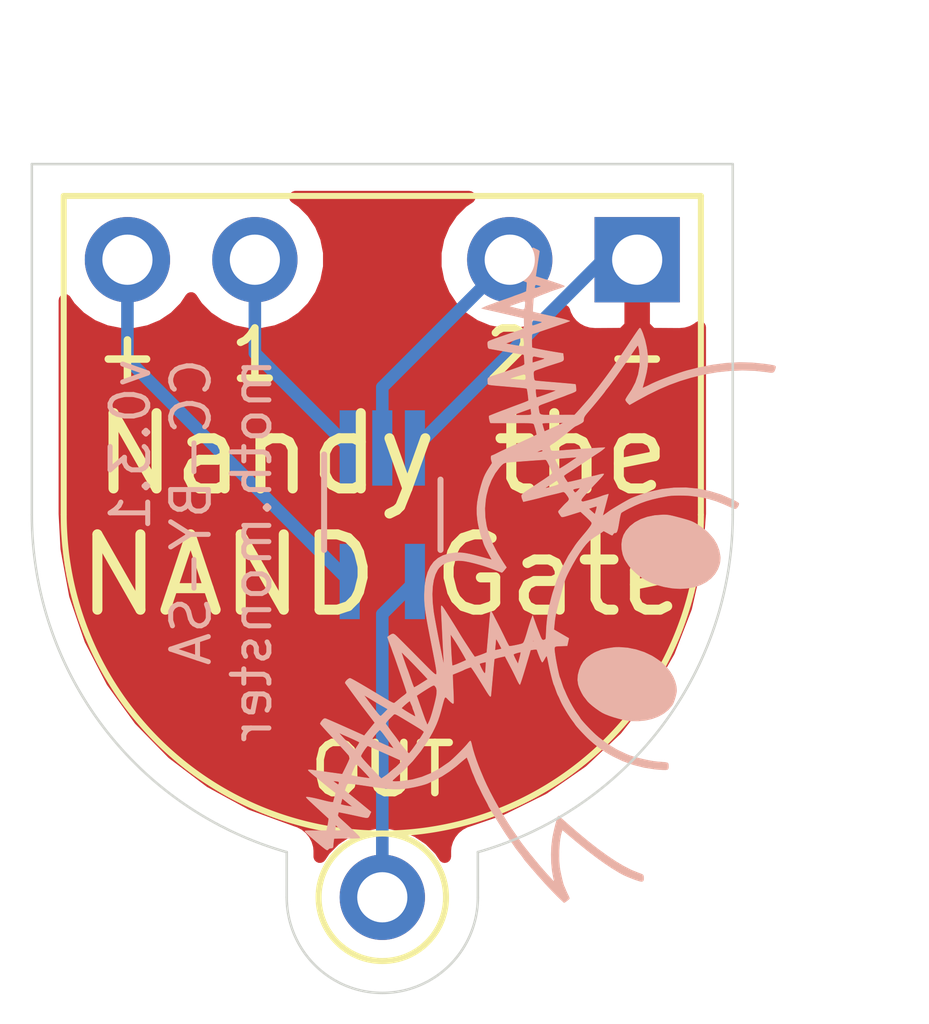
<source format=kicad_pcb>
(kicad_pcb (version 20171130) (host pcbnew 5.1.10)

  (general
    (thickness 1.6)
    (drawings 22)
    (tracks 10)
    (zones 0)
    (modules 5)
    (nets 6)
  )

  (page A4)
  (title_block
    (title "Nandy the NAND Gate")
    (date 2021-11-12)
    (rev 0.3.1)
    (company moth.monster)
  )

  (layers
    (0 F.Cu signal)
    (31 B.Cu signal)
    (32 B.Adhes user)
    (33 F.Adhes user)
    (34 B.Paste user)
    (35 F.Paste user)
    (36 B.SilkS user)
    (37 F.SilkS user)
    (38 B.Mask user)
    (39 F.Mask user)
    (40 Dwgs.User user)
    (41 Cmts.User user)
    (42 Eco1.User user)
    (43 Eco2.User user)
    (44 Edge.Cuts user)
    (45 Margin user)
    (46 B.CrtYd user)
    (47 F.CrtYd user)
    (48 B.Fab user hide)
    (49 F.Fab user hide)
  )

  (setup
    (last_trace_width 0.25)
    (user_trace_width 0.5)
    (user_trace_width 1)
    (trace_clearance 0.2)
    (zone_clearance 0.508)
    (zone_45_only yes)
    (trace_min 0.2)
    (via_size 0.8)
    (via_drill 0.4)
    (via_min_size 0.4)
    (via_min_drill 0.3)
    (uvia_size 0.3)
    (uvia_drill 0.1)
    (uvias_allowed no)
    (uvia_min_size 0.2)
    (uvia_min_drill 0.1)
    (edge_width 0.05)
    (segment_width 0.2)
    (pcb_text_width 0.3)
    (pcb_text_size 1.5 1.5)
    (mod_edge_width 0.12)
    (mod_text_size 1 1)
    (mod_text_width 0.15)
    (pad_size 1.7 1.7)
    (pad_drill 1)
    (pad_to_mask_clearance 0)
    (aux_axis_origin 0 0)
    (visible_elements FFFFFF7F)
    (pcbplotparams
      (layerselection 0x010f0_ffffffff)
      (usegerberextensions false)
      (usegerberattributes true)
      (usegerberadvancedattributes true)
      (creategerberjobfile true)
      (excludeedgelayer true)
      (linewidth 0.100000)
      (plotframeref false)
      (viasonmask false)
      (mode 1)
      (useauxorigin false)
      (hpglpennumber 1)
      (hpglpenspeed 20)
      (hpglpendiameter 15.000000)
      (psnegative false)
      (psa4output false)
      (plotreference true)
      (plotvalue true)
      (plotinvisibletext false)
      (padsonsilk false)
      (subtractmaskfromsilk false)
      (outputformat 1)
      (mirror false)
      (drillshape 0)
      (scaleselection 1)
      (outputdirectory "jlc/"))
  )

  (net 0 "")
  (net 1 VCC)
  (net 2 GND)
  (net 3 /2)
  (net 4 /1)
  (net 5 /OUT)

  (net_class Default "This is the default net class."
    (clearance 0.2)
    (trace_width 0.25)
    (via_dia 0.8)
    (via_drill 0.4)
    (uvia_dia 0.3)
    (uvia_drill 0.1)
    (add_net /1)
    (add_net /2)
    (add_net /OUT)
    (add_net GND)
    (add_net VCC)
  )

  (module Connector_PinHeader_2.54mm:PinHeader_1x01_P2.54mm_Vertical (layer B.Cu) (tedit 608772C0) (tstamp 60877B05)
    (at 152.4 109.22 270)
    (descr "Through hole straight pin header, 1x01, 2.54mm pitch, single row")
    (tags "Through hole pin header THT 1x01 2.54mm single row")
    (path /6071CCE5)
    (fp_text reference J3 (at 0 2.33 90) (layer B.SilkS) hide
      (effects (font (size 1 1) (thickness 0.15)) (justify mirror))
    )
    (fp_text value OUT (at 0 -2.33 90) (layer B.Fab)
      (effects (font (size 1 1) (thickness 0.15)) (justify mirror))
    )
    (fp_line (start -0.635 1.27) (end 1.27 1.27) (layer B.Fab) (width 0.1))
    (fp_line (start 1.27 1.27) (end 1.27 -1.27) (layer B.Fab) (width 0.1))
    (fp_line (start -1.27 -1.27) (end -1.27 0.635) (layer B.Fab) (width 0.1))
    (fp_line (start -1.27 0.635) (end -0.635 1.27) (layer B.Fab) (width 0.1))
    (fp_line (start -1.8 1.8) (end -1.8 -1.8) (layer B.CrtYd) (width 0.05))
    (fp_line (start -1.8 -1.8) (end 1.8 -1.8) (layer B.CrtYd) (width 0.05))
    (fp_line (start 1.8 -1.8) (end 1.8 1.8) (layer B.CrtYd) (width 0.05))
    (fp_line (start 1.8 1.8) (end -1.8 1.8) (layer B.CrtYd) (width 0.05))
    (fp_text user %R (at 0 0 180) (layer B.Fab)
      (effects (font (size 1 1) (thickness 0.15)) (justify mirror))
    )
    (pad 1 thru_hole circle (at 0 0 270) (size 1.7 1.7) (drill 1) (layers *.Cu *.Mask)
      (net 5 /OUT))
    (model ${KISYS3DMOD}/Connector_PinHeader_2.54mm.3dshapes/PinHeader_1x01_P2.54mm_Vertical.wrl
      (at (xyz 0 0 0))
      (scale (xyz 1 1 1))
      (rotate (xyz 0 0 0))
    )
  )

  (module mothface:mothfacesmoler (layer B.Cu) (tedit 0) (tstamp 618E77A9)
    (at 155.575 102.87 255)
    (fp_text reference G*** (at 0 0 75) (layer B.SilkS) hide
      (effects (font (size 1.524 1.524) (thickness 0.3)) (justify mirror))
    )
    (fp_text value LOGO (at 0.75 0 75) (layer B.SilkS) hide
      (effects (font (size 1.524 1.524) (thickness 0.3)) (justify mirror))
    )
    (fp_poly (pts (xy 3.935626 3.512399) (xy 3.945564 3.49998) (xy 3.966672 3.469457) (xy 3.996671 3.424268)
      (xy 4.033277 3.367855) (xy 4.07421 3.303657) (xy 4.077144 3.299015) (xy 4.15509 3.17573)
      (xy 4.22062 3.07235) (xy 4.274793 2.987248) (xy 4.318667 2.918795) (xy 4.353299 2.865366)
      (xy 4.379748 2.825333) (xy 4.399073 2.797068) (xy 4.41233 2.778945) (xy 4.420579 2.769336)
      (xy 4.422801 2.76745) (xy 4.439182 2.764725) (xy 4.474136 2.767308) (xy 4.529277 2.775428)
      (xy 4.606221 2.789313) (xy 4.67995 2.803797) (xy 4.75749 2.8194) (xy 6.1214 2.8194)
      (xy 6.126046 2.808947) (xy 6.129866 2.810934) (xy 6.131386 2.826006) (xy 6.129866 2.827867)
      (xy 6.122316 2.826124) (xy 6.1214 2.8194) (xy 4.75749 2.8194) (xy 4.79425 2.826797)
      (xy 4.802246 2.891339) (xy 4.955405 2.891339) (xy 4.955494 2.862242) (xy 4.965447 2.848239)
      (xy 4.98475 2.8448) (xy 5.008633 2.847921) (xy 5.0165 2.853901) (xy 5.012297 2.870205)
      (xy 5.001615 2.901375) (xy 4.994452 2.920576) (xy 4.972405 2.97815) (xy 4.964205 2.94005)
      (xy 4.955405 2.891339) (xy 4.802246 2.891339) (xy 4.827227 3.092974) (xy 4.837731 3.177698)
      (xy 4.847786 3.258679) (xy 4.856752 3.330775) (xy 4.863989 3.388843) (xy 4.868857 3.427742)
      (xy 4.869416 3.432175) (xy 4.875912 3.47134) (xy 4.883285 3.497844) (xy 4.888533 3.505201)
      (xy 4.893763 3.501828) (xy 4.901915 3.48993) (xy 4.914309 3.466837) (xy 4.932265 3.429878)
      (xy 4.957102 3.376384) (xy 4.99014 3.303684) (xy 5.010934 3.25755) (xy 5.034649 3.205026)
      (xy 5.062498 3.143614) (xy 5.08579 3.09245) (xy 5.111043 3.036053) (xy 5.136977 2.976445)
      (xy 5.156318 2.930525) (xy 5.186273 2.8575) (xy 5.381625 2.8575) (xy 5.389562 2.897188)
      (xy 5.392769 2.925777) (xy 5.395372 2.972825) (xy 5.397074 3.031393) (xy 5.39759 3.084513)
      (xy 5.398534 3.163148) (xy 5.401066 3.236983) (xy 5.404882 3.301973) (xy 5.409678 3.354077)
      (xy 5.415151 3.38925) (xy 5.420997 3.403451) (xy 5.421561 3.403562) (xy 5.425867 3.400662)
      (xy 5.433386 3.39054) (xy 5.445319 3.371016) (xy 5.462867 3.339912) (xy 5.487233 3.295047)
      (xy 5.519617 3.234244) (xy 5.561221 3.155322) (xy 5.613247 3.056103) (xy 5.615478 3.05184)
      (xy 5.716514 2.85883) (xy 5.769732 2.851681) (xy 5.815167 2.846816) (xy 5.868896 2.842731)
      (xy 5.892027 2.841492) (xy 5.961104 2.83845) (xy 6.001554 2.99085) (xy 6.024495 3.077105)
      (xy 6.041921 3.14187) (xy 6.054786 3.188215) (xy 6.064047 3.219213) (xy 6.070658 3.237934)
      (xy 6.075575 3.247451) (xy 6.079753 3.250835) (xy 6.082524 3.2512) (xy 6.091728 3.240279)
      (xy 6.109524 3.210085) (xy 6.134004 3.164477) (xy 6.163261 3.107311) (xy 6.19539 3.042446)
      (xy 6.228483 2.973737) (xy 6.260634 2.905044) (xy 6.289936 2.840222) (xy 6.314483 2.783129)
      (xy 6.31747 2.775879) (xy 6.329225 2.742126) (xy 6.329061 2.72361) (xy 6.321715 2.715749)
      (xy 6.302171 2.706307) (xy 6.297267 2.705295) (xy 6.287905 2.6945) (xy 6.276239 2.668477)
      (xy 6.275208 2.665582) (xy 6.262207 2.638591) (xy 6.245253 2.631169) (xy 6.232691 2.633122)
      (xy 6.203322 2.638891) (xy 6.161128 2.645584) (xy 6.138261 2.648746) (xy 6.072572 2.657311)
      (xy 6.047433 2.570081) (xy 6.034145 2.522814) (xy 6.016779 2.459409) (xy 5.997632 2.388316)
      (xy 5.979772 2.320941) (xy 5.963204 2.261415) (xy 5.947761 2.212358) (xy 5.934969 2.178181)
      (xy 5.926353 2.163292) (xy 5.925164 2.163045) (xy 5.911657 2.175832) (xy 5.893249 2.202546)
      (xy 5.888512 2.210654) (xy 5.825651 2.323357) (xy 5.770824 2.424388) (xy 5.718687 2.523665)
      (xy 5.695615 2.568575) (xy 5.665959 2.62606) (xy 5.644582 2.66462) (xy 5.628369 2.688029)
      (xy 5.619018 2.695971) (xy 5.80187 2.695971) (xy 5.83713 2.630686) (xy 5.857225 2.595683)
      (xy 5.873104 2.571988) (xy 5.879971 2.5654) (xy 5.887503 2.576441) (xy 5.897628 2.604275)
      (xy 5.901929 2.619264) (xy 5.91007 2.652396) (xy 5.913784 2.672947) (xy 5.913601 2.675832)
      (xy 5.900624 2.67929) (xy 5.871142 2.68481) (xy 5.856383 2.687254) (xy 5.80187 2.695971)
      (xy 5.619018 2.695971) (xy 5.614202 2.700061) (xy 5.598965 2.704492) (xy 5.582892 2.7051)
      (xy 5.539896 2.705101) (xy 5.532391 2.593976) (xy 5.528987 2.538607) (xy 5.525038 2.466587)
      (xy 5.521001 2.386644) (xy 5.517332 2.307507) (xy 5.516826 2.2959) (xy 5.513751 2.222674)
      (xy 5.51061 2.170775) (xy 5.505507 2.136198) (xy 5.496549 2.114935) (xy 5.481838 2.102981)
      (xy 5.459481 2.096328) (xy 5.427582 2.090971) (xy 5.419231 2.089591) (xy 5.371112 2.081464)
      (xy 5.332158 2.167857) (xy 5.308348 2.220472) (xy 5.284421 2.273041) (xy 5.266835 2.3114)
      (xy 5.251868 2.34442) (xy 5.229527 2.394437) (xy 5.202602 2.455172) (xy 5.173884 2.520345)
      (xy 5.168044 2.53365) (xy 5.095623 2.69875) (xy 5.027486 2.694491) (xy 4.986552 2.689482)
      (xy 4.955573 2.681268) (xy 4.945436 2.675441) (xy 4.940236 2.659156) (xy 4.933 2.62123)
      (xy 4.924268 2.56529) (xy 4.914577 2.494965) (xy 4.904465 2.413883) (xy 4.897074 2.3495)
      (xy 4.879812 2.197614) (xy 4.863893 2.067884) (xy 4.848633 1.957146) (xy 4.833354 1.862236)
      (xy 4.817374 1.779992) (xy 4.800012 1.707249) (xy 4.780588 1.640844) (xy 4.758421 1.577613)
      (xy 4.732829 1.514393) (xy 4.703133 1.44802) (xy 4.703031 1.4478) (xy 4.669918 1.379641)
      (xy 4.633367 1.309809) (xy 4.596451 1.243706) (xy 4.562246 1.18673) (xy 4.533826 1.144283)
      (xy 4.5212 1.128443) (xy 4.50475 1.109553) (xy 4.476856 1.076896) (xy 4.442381 1.036181)
      (xy 4.42595 1.016671) (xy 4.315727 0.898245) (xy 4.188064 0.782859) (xy 4.050638 0.677306)
      (xy 4.0132 0.651603) (xy 3.964219 0.618342) (xy 3.912673 0.582591) (xy 3.883327 0.561813)
      (xy 3.823305 0.518753) (xy 3.876977 0.477848) (xy 3.915354 0.449604) (xy 3.964329 0.414912)
      (xy 4.0132 0.381349) (xy 4.053037 0.354087) (xy 4.08414 0.331992) (xy 4.100902 0.319066)
      (xy 4.1021 0.317861) (xy 4.114644 0.307047) (xy 4.14232 0.285339) (xy 4.1798 0.256891)
      (xy 4.191 0.248527) (xy 4.23251 0.216885) (xy 4.267779 0.188659) (xy 4.290323 0.169067)
      (xy 4.292804 0.166569) (xy 4.311714 0.148705) (xy 4.34384 0.120509) (xy 4.382683 0.087666)
      (xy 4.388054 0.083213) (xy 4.434218 0.043597) (xy 4.488181 -0.004851) (xy 4.5398 -0.052988)
      (xy 4.55005 -0.062837) (xy 4.588557 -0.099417) (xy 4.620656 -0.128654) (xy 4.641733 -0.146407)
      (xy 4.646869 -0.149748) (xy 4.658527 -0.159764) (xy 4.684632 -0.185494) (xy 4.722348 -0.224036)
      (xy 4.76884 -0.272489) (xy 4.821273 -0.327952) (xy 4.827569 -0.334662) (xy 4.907331 -0.419871)
      (xy 4.972336 -0.489669) (xy 5.0253 -0.547081) (xy 5.06894 -0.59513) (xy 5.105973 -0.63684)
      (xy 5.139114 -0.675235) (xy 5.171081 -0.713338) (xy 5.204591 -0.754173) (xy 5.205793 -0.75565)
      (xy 5.241902 -0.799519) (xy 5.273129 -0.836557) (xy 5.295341 -0.861911) (xy 5.303128 -0.86995)
      (xy 5.316567 -0.885251) (xy 5.340771 -0.916038) (xy 5.371731 -0.957135) (xy 5.391636 -0.98425)
      (xy 5.424778 -1.029028) (xy 5.453634 -1.066559) (xy 5.474165 -1.091659) (xy 5.480748 -1.09855)
      (xy 5.487354 -1.105287) (xy 5.49774 -1.118226) (xy 5.513369 -1.139467) (xy 5.535706 -1.171112)
      (xy 5.566213 -1.215259) (xy 5.606353 -1.274011) (xy 5.65759 -1.349467) (xy 5.721386 -1.443728)
      (xy 5.7277 -1.453067) (xy 5.78871 -1.545035) (xy 5.851998 -1.64351) (xy 5.914653 -1.743724)
      (xy 5.973765 -1.840908) (xy 6.026424 -1.930295) (xy 6.069718 -2.007117) (xy 6.094194 -2.053424)
      (xy 6.121099 -2.106598) (xy 6.073906 -2.145499) (xy 6.04352 -2.168418) (xy 6.020016 -2.182394)
      (xy 6.013361 -2.1844) (xy 5.996888 -2.176311) (xy 5.970337 -2.155801) (xy 5.955929 -2.142849)
      (xy 5.916501 -2.108121) (xy 5.872533 -2.072747) (xy 5.86105 -2.064146) (xy 5.830297 -2.040899)
      (xy 5.808942 -2.023357) (xy 5.8039 -2.018329) (xy 5.78756 -2.005508) (xy 5.753226 -1.984345)
      (xy 5.705824 -1.957454) (xy 5.650275 -1.927445) (xy 5.591504 -1.89693) (xy 5.534435 -1.868522)
      (xy 5.483991 -1.844831) (xy 5.4483 -1.829693) (xy 5.351812 -1.795806) (xy 5.246595 -1.764759)
      (xy 5.138101 -1.737687) (xy 5.031784 -1.715727) (xy 4.933097 -1.700016) (xy 4.847494 -1.69169)
      (xy 4.785228 -1.691513) (xy 4.728526 -1.69545) (xy 4.780438 -1.804703) (xy 4.894339 -2.049805)
      (xy 4.993851 -2.27554) (xy 5.079454 -2.483134) (xy 5.151629 -2.673813) (xy 5.210855 -2.848805)
      (xy 5.25761 -3.009336) (xy 5.269151 -3.05435) (xy 5.280803 -3.109636) (xy 5.291753 -3.176403)
      (xy 5.301402 -3.248854) (xy 5.309151 -3.321192) (xy 5.314401 -3.387621) (xy 5.316555 -3.442344)
      (xy 5.315012 -3.479564) (xy 5.313769 -3.486333) (xy 5.29864 -3.51086) (xy 5.269172 -3.516887)
      (xy 5.223756 -3.504627) (xy 5.21218 -3.499809) (xy 5.193394 -3.490615) (xy 5.181358 -3.47915)
      (xy 5.173991 -3.459739) (xy 5.169211 -3.426708) (xy 5.164938 -3.374381) (xy 5.164625 -3.370131)
      (xy 5.146592 -3.227541) (xy 5.112217 -3.066326) (xy 5.061717 -2.887121) (xy 4.995306 -2.690565)
      (xy 4.913198 -2.477293) (xy 4.815609 -2.247943) (xy 4.706014 -2.00999) (xy 4.668663 -1.932124)
      (xy 4.629606 -1.851611) (xy 4.592338 -1.775598) (xy 4.560352 -1.711226) (xy 4.545447 -1.681745)
      (xy 4.51998 -1.630869) (xy 4.499536 -1.588112) (xy 4.48653 -1.558643) (xy 4.4831 -1.54818)
      (xy 4.495045 -1.543515) (xy 4.52793 -1.540169) (xy 4.577331 -1.538127) (xy 4.638823 -1.53738)
      (xy 4.707981 -1.537913) (xy 4.78038 -1.539716) (xy 4.851596 -1.542777) (xy 4.917203 -1.547083)
      (xy 4.943828 -1.549434) (xy 5.098791 -1.57165) (xy 5.260506 -1.607736) (xy 5.420575 -1.655268)
      (xy 5.570604 -1.711825) (xy 5.674839 -1.760429) (xy 5.723752 -1.785428) (xy 5.753449 -1.799461)
      (xy 5.767225 -1.803327) (xy 5.768375 -1.797826) (xy 5.760194 -1.783756) (xy 5.758162 -1.780646)
      (xy 5.742961 -1.757239) (xy 5.717402 -1.717632) (xy 5.684827 -1.667014) (xy 5.648579 -1.610574)
      (xy 5.641924 -1.6002) (xy 5.601286 -1.538367) (xy 5.552699 -1.466913) (xy 5.498443 -1.388959)
      (xy 5.4408 -1.307629) (xy 5.382048 -1.226044) (xy 5.324468 -1.147327) (xy 5.27034 -1.0746)
      (xy 5.221944 -1.010986) (xy 5.18156 -0.959606) (xy 5.151469 -0.923584) (xy 5.136486 -0.90805)
      (xy 5.122029 -0.892682) (xy 5.096546 -0.863052) (xy 5.06483 -0.824771) (xy 5.055108 -0.8128)
      (xy 4.963985 -0.704769) (xy 4.858325 -0.587466) (xy 4.742291 -0.464994) (xy 4.620046 -0.341459)
      (xy 4.495752 -0.220965) (xy 4.373573 -0.107616) (xy 4.257672 -0.005519) (xy 4.152212 0.081223)
      (xy 4.13419 0.09525) (xy 4.09129 0.128387) (xy 4.049178 0.161045) (xy 4.024853 0.179999)
      (xy 3.93315 0.249273) (xy 3.837056 0.317514) (xy 3.742257 0.380934) (xy 3.65444 0.435746)
      (xy 3.579291 0.478161) (xy 3.570294 0.482799) (xy 3.531424 0.503966) (xy 3.503533 0.521853)
      (xy 3.492508 0.532675) (xy 3.4925 0.532837) (xy 3.503215 0.543351) (xy 3.530329 0.557864)
      (xy 3.546475 0.56475) (xy 3.588931 0.584107) (xy 3.647151 0.614079) (xy 3.71559 0.651464)
      (xy 3.788699 0.693056) (xy 3.860934 0.735652) (xy 3.926747 0.776047) (xy 3.980593 0.811037)
      (xy 4.012948 0.834244) (xy 4.17718 0.975026) (xy 4.317977 1.122775) (xy 4.436817 1.279521)
      (xy 4.535181 1.447298) (xy 4.614548 1.628137) (xy 4.636692 1.690637) (xy 4.657611 1.755904)
      (xy 4.668725 1.799661) (xy 4.669676 1.823979) (xy 4.660104 1.830927) (xy 4.63965 1.822576)
      (xy 4.61645 1.807159) (xy 4.401385 1.665919) (xy 4.178039 1.5432) (xy 3.949991 1.440638)
      (xy 3.720822 1.359873) (xy 3.5306 1.310187) (xy 3.432009 1.289925) (xy 3.34488 1.275258)
      (xy 3.261349 1.265401) (xy 3.173556 1.259568) (xy 3.073637 1.256975) (xy 2.994854 1.25666)
      (xy 2.911518 1.256896) (xy 2.850907 1.256358) (xy 2.81035 1.253754) (xy 2.787176 1.24779)
      (xy 2.778717 1.237174) (xy 2.782302 1.220613) (xy 2.79526 1.196814) (xy 2.812572 1.1684)
      (xy 2.834324 1.129785) (xy 2.852598 1.093302) (xy 2.854502 1.089025) (xy 2.863225 1.064423)
      (xy 2.858557 1.055173) (xy 2.848327 1.054101) (xy 2.83031 1.057875) (xy 2.792045 1.068426)
      (xy 2.73741 1.084598) (xy 2.670287 1.105232) (xy 2.594555 1.129172) (xy 2.568106 1.137674)
      (xy 2.491706 1.162096) (xy 2.423895 1.183314) (xy 2.368228 1.200252) (xy 2.328263 1.211835)
      (xy 2.307555 1.21699) (xy 2.305482 1.217049) (xy 2.296686 1.205673) (xy 2.276367 1.178863)
      (xy 2.248231 1.141516) (xy 2.235038 1.12395) (xy 2.204029 1.083234) (xy 2.178425 1.050731)
      (xy 2.162265 1.031525) (xy 2.159346 1.0287) (xy 2.146605 1.014845) (xy 2.126196 0.988332)
      (xy 2.103366 0.956557) (xy 2.083367 0.92692) (xy 2.071449 0.906816) (xy 2.070115 0.90297)
      (xy 2.078702 0.889023) (xy 2.103343 0.858688) (xy 2.142386 0.813792) (xy 2.194181 0.756161)
      (xy 2.257079 0.68762) (xy 2.329428 0.609997) (xy 2.409579 0.525116) (xy 2.449024 0.483707)
      (xy 2.483302 0.446627) (xy 2.511314 0.41415) (xy 2.527658 0.392577) (xy 2.528709 0.390781)
      (xy 2.533731 0.375753) (xy 2.521734 0.372548) (xy 2.505385 0.37477) (xy 2.483665 0.378483)
      (xy 2.440641 0.385871) (xy 2.38004 0.396292) (xy 2.30559 0.409106) (xy 2.221017 0.423671)
      (xy 2.137772 0.438015) (xy 2.048776 0.453282) (xy 1.967921 0.467017) (xy 1.898607 0.478652)
      (xy 1.844235 0.487622) (xy 1.808204 0.49336) (xy 1.794009 0.495301) (xy 1.783363 0.484794)
      (xy 1.764812 0.456777) (xy 1.741719 0.416502) (xy 1.732687 0.399526) (xy 1.68275 0.303752)
      (xy 1.7526 0.239332) (xy 1.800582 0.195031) (xy 1.854058 0.145582) (xy 1.892828 0.109682)
      (xy 1.935726 0.070866) (xy 1.98889 0.024107) (xy 2.042971 -0.022405) (xy 2.060462 -0.037174)
      (xy 2.100826 -0.072316) (xy 2.131847 -0.101763) (xy 2.149627 -0.121665) (xy 2.152192 -0.127739)
      (xy 2.138558 -0.130374) (xy 2.102801 -0.133373) (xy 2.048193 -0.136569) (xy 1.978005 -0.139798)
      (xy 1.895508 -0.142895) (xy 1.803974 -0.145693) (xy 1.789487 -0.146081) (xy 1.432307 -0.155483)
      (xy 1.406994 -0.212708) (xy 1.394184 -0.24805) (xy 1.390832 -0.272175) (xy 1.393358 -0.277841)
      (xy 1.45715 -0.322049) (xy 1.513391 -0.362936) (xy 1.55899 -0.398083) (xy 1.590858 -0.425072)
      (xy 1.605903 -0.441483) (xy 1.606478 -0.444614) (xy 1.591265 -0.45316) (xy 1.559115 -0.463754)
      (xy 1.530133 -0.471058) (xy 1.492229 -0.481211) (xy 1.466938 -0.491184) (xy 1.4605 -0.496936)
      (xy 1.471283 -0.506102) (xy 1.500627 -0.523399) (xy 1.544021 -0.546329) (xy 1.595776 -0.571833)
      (xy 1.649516 -0.598418) (xy 1.710407 -0.63002) (xy 1.774089 -0.664202) (xy 1.836204 -0.698526)
      (xy 1.892391 -0.730552) (xy 1.938292 -0.757843) (xy 1.969547 -0.777961) (xy 1.9812 -0.787408)
      (xy 1.99412 -0.797969) (xy 2.022618 -0.818502) (xy 2.061076 -0.844985) (xy 2.0701 -0.851066)
      (xy 2.111145 -0.879524) (xy 2.144461 -0.904288) (xy 2.163827 -0.920696) (xy 2.16535 -0.922401)
      (xy 2.181331 -0.93775) (xy 2.211299 -0.963002) (xy 2.248915 -0.992824) (xy 2.25079 -0.994268)
      (xy 2.295059 -1.031827) (xy 2.350057 -1.083734) (xy 2.410556 -1.144571) (xy 2.471328 -1.208924)
      (xy 2.527147 -1.271374) (xy 2.572786 -1.326507) (xy 2.578192 -1.3335) (xy 2.603539 -1.365885)
      (xy 2.622978 -1.389343) (xy 2.630281 -1.397) (xy 2.644394 -1.413452) (xy 2.668297 -1.447228)
      (xy 2.699053 -1.493667) (xy 2.733725 -1.54811) (xy 2.769377 -1.605897) (xy 2.803072 -1.662369)
      (xy 2.831875 -1.712867) (xy 2.846385 -1.7399) (xy 2.903944 -1.855833) (xy 2.950063 -1.960764)
      (xy 2.988313 -2.064183) (xy 3.022266 -2.175575) (xy 3.049187 -2.278636) (xy 3.090299 -2.494923)
      (xy 3.109537 -2.719658) (xy 3.106885 -2.948349) (xy 3.082327 -3.176506) (xy 3.052999 -3.329529)
      (xy 3.039465 -3.379828) (xy 3.023703 -3.408134) (xy 3.000419 -3.417666) (xy 2.964318 -3.411645)
      (xy 2.93411 -3.401839) (xy 2.917155 -3.395536) (xy 2.905621 -3.387808) (xy 2.8994 -3.37483)
      (xy 2.898387 -3.352771) (xy 2.902474 -3.317806) (xy 2.911555 -3.266106) (xy 2.925523 -3.193843)
      (xy 2.927964 -3.18135) (xy 2.939178 -3.106385) (xy 2.947837 -3.013614) (xy 2.953711 -2.910523)
      (xy 2.956565 -2.804602) (xy 2.95617 -2.703336) (xy 2.952292 -2.614212) (xy 2.947171 -2.561445)
      (xy 2.907203 -2.337202) (xy 2.847373 -2.125895) (xy 2.766324 -1.923063) (xy 2.730778 -1.849451)
      (xy 2.701531 -1.794225) (xy 2.666552 -1.732271) (xy 2.628516 -1.667877) (xy 2.590098 -1.605333)
      (xy 2.55397 -1.548927) (xy 2.522808 -1.502951) (xy 2.499285 -1.471691) (xy 2.488285 -1.4605)
      (xy 2.476488 -1.448201) (xy 2.45336 -1.421119) (xy 2.423285 -1.384425) (xy 2.413828 -1.372649)
      (xy 2.366449 -1.318072) (xy 2.305279 -1.254395) (xy 2.23679 -1.187835) (xy 2.167454 -1.124607)
      (xy 2.103743 -1.070929) (xy 2.0828 -1.054664) (xy 2.048859 -1.028362) (xy 2.022557 -1.006677)
      (xy 2.01295 -0.997762) (xy 1.996793 -0.984792) (xy 1.965107 -0.962573) (xy 1.923919 -0.935291)
      (xy 1.91135 -0.927217) (xy 1.869637 -0.900101) (xy 1.836725 -0.877758) (xy 1.818114 -0.863954)
      (xy 1.8161 -0.861986) (xy 1.800803 -0.850913) (xy 1.766966 -0.831372) (xy 1.719068 -0.805636)
      (xy 1.661587 -0.775976) (xy 1.599 -0.744665) (xy 1.535786 -0.713973) (xy 1.476424 -0.686173)
      (xy 1.425392 -0.663537) (xy 1.4224 -0.662269) (xy 1.353433 -0.632968) (xy 1.304108 -0.613481)
      (xy 1.270229 -0.604845) (xy 1.247603 -0.608095) (xy 1.232036 -0.624267) (xy 1.219333 -0.654398)
      (xy 1.205301 -0.699523) (xy 1.199862 -0.717243) (xy 1.16205 -0.838891) (xy 1.086326 -0.83537)
      (xy 1.010602 -0.83185) (xy 0.920882 -0.498996) (xy 0.774766 -0.474923) (xy 0.725042 -0.467447)
      (xy 0.674879 -0.461657) (xy 0.620196 -0.457368) (xy 0.556908 -0.454392) (xy 0.480933 -0.452545)
      (xy 0.388188 -0.45164) (xy 0.27459 -0.451492) (xy 0.26035 -0.451514) (xy 0.152222 -0.451821)
      (xy 0.065467 -0.452483) (xy -0.003947 -0.453764) (xy -0.060046 -0.455926) (xy -0.106859 -0.459234)
      (xy -0.148416 -0.463949) (xy -0.188744 -0.470336) (xy -0.231873 -0.478657) (xy -0.2667 -0.485947)
      (xy -0.416214 -0.520361) (xy -0.556148 -0.557709) (xy -0.683484 -0.596971) (xy -0.795201 -0.637127)
      (xy -0.888278 -0.67716) (xy -0.959697 -0.716049) (xy -0.971227 -0.723677) (xy -1.012559 -0.754632)
      (xy -1.061009 -0.794547) (xy -1.10344 -0.832358) (xy -1.142663 -0.868555) (xy -1.17883 -0.901017)
      (xy -1.204536 -0.923105) (xy -1.205811 -0.924138) (xy -1.236871 -0.949138) (xy -1.215336 -1.038361)
      (xy -1.203258 -1.088233) (xy -1.196995 -1.118622) (xy -1.197046 -1.134883) (xy -1.203908 -1.142369)
      (xy -1.218078 -1.146435) (xy -1.22555 -1.148215) (xy -1.249387 -1.160462) (xy -1.257301 -1.174545)
      (xy -1.261841 -1.192115) (xy -1.277446 -1.203675) (xy -1.307094 -1.209565) (xy -1.353762 -1.210126)
      (xy -1.420425 -1.205699) (xy -1.479197 -1.19996) (xy -1.560859 -1.192469) (xy -1.622491 -1.18922)
      (xy -1.662233 -1.190275) (xy -1.675804 -1.19348) (xy -1.692814 -1.207292) (xy -1.722347 -1.235893)
      (xy -1.76014 -1.275006) (xy -1.79896 -1.31706) (xy -1.885939 -1.417245) (xy -1.962182 -1.514468)
      (xy -2.031037 -1.61398) (xy -2.095852 -1.721034) (xy -2.159975 -1.840882) (xy -2.226754 -1.978776)
      (xy -2.242545 -2.01295) (xy -2.263112 -2.065126) (xy -2.286102 -2.135416) (xy -2.309607 -2.216908)
      (xy -2.331717 -2.302687) (xy -2.350525 -2.38584) (xy -2.361729 -2.44475) (xy -2.385899 -2.622447)
      (xy -2.395567 -2.790583) (xy -2.390646 -2.957638) (xy -2.37105 -3.132094) (xy -2.353616 -3.236278)
      (xy -2.343083 -3.300878) (xy -2.339451 -3.344488) (xy -2.342513 -3.370505) (xy -2.345061 -3.375978)
      (xy -2.366101 -3.393656) (xy -2.398981 -3.407271) (xy -2.433537 -3.414078) (xy -2.459603 -3.41133)
      (xy -2.464292 -3.408188) (xy -2.471862 -3.39105) (xy -2.482332 -3.354726) (xy -2.494154 -3.305037)
      (xy -2.502878 -3.263015) (xy -2.537412 -3.021657) (xy -2.546778 -2.781478) (xy -2.531209 -2.54356)
      (xy -2.490936 -2.308983) (xy -2.426192 -2.078828) (xy -2.337209 -1.854175) (xy -2.224218 -1.636106)
      (xy -2.117437 -1.468188) (xy -2.079824 -1.414644) (xy -2.043921 -1.36508) (xy -2.014077 -1.325412)
      (xy -1.996238 -1.30334) (xy -1.963701 -1.267949) (xy -1.918928 -1.221479) (xy -1.866274 -1.168221)
      (xy -1.810093 -1.112463) (xy -1.754739 -1.058494) (xy -1.704566 -1.010603) (xy -1.663927 -0.97308)
      (xy -1.640082 -0.9525) (xy -1.601757 -0.921499) (xy -1.565864 -0.892088) (xy -1.551182 -0.879876)
      (xy -1.51765 -0.851702) (xy -1.967644 -0.8509) (xy -1.939822 -0.803275) (xy -1.920231 -0.770834)
      (xy -1.904837 -0.747223) (xy -1.901661 -0.74295) (xy -1.881364 -0.715397) (xy -1.865294 -0.691539)
      (xy -1.6764 -0.691539) (xy -1.664814 -0.695084) (xy -1.634499 -0.697591) (xy -1.59385 -0.6985)
      (xy -1.551805 -0.697789) (xy -1.522072 -0.695931) (xy -1.5113 -0.693439) (xy -1.516755 -0.68046)
      (xy -1.530991 -0.651568) (xy -1.549099 -0.616522) (xy -1.586898 -0.544665) (xy -1.631649 -0.614622)
      (xy -1.654542 -0.651395) (xy -1.670675 -0.679194) (xy -1.6764 -0.691539) (xy -1.865294 -0.691539)
      (xy -1.853659 -0.674267) (xy -1.821385 -0.624194) (xy -1.787381 -0.569814) (xy -1.754488 -0.515762)
      (xy -1.725544 -0.466671) (xy -1.70339 -0.427179) (xy -1.690866 -0.401919) (xy -1.6891 -0.395994)
      (xy -1.691869 -0.372283) (xy -1.702151 -0.359538) (xy -1.722907 -0.358163) (xy -1.7571 -0.368563)
      (xy -1.80769 -0.39114) (xy -1.865492 -0.420052) (xy -1.929667 -0.453203) (xy -1.993725 -0.48672)
      (xy -2.050015 -0.516575) (xy -2.08915 -0.537779) (xy -2.174775 -0.584625) (xy -2.240159 -0.619248)
      (xy -2.286884 -0.642424) (xy -2.316531 -0.654929) (xy -2.330681 -0.657538) (xy -2.331843 -0.656891)
      (xy -2.329504 -0.643213) (xy -2.316519 -0.61402) (xy -2.295624 -0.575388) (xy -2.293516 -0.57177)
      (xy -2.271092 -0.532995) (xy -2.254813 -0.503865) (xy -2.247946 -0.490238) (xy -2.247901 -0.489985)
      (xy -2.24196 -0.47817) (xy -2.225573 -0.448178) (xy -2.200894 -0.403887) (xy -2.170076 -0.349174)
      (xy -2.151287 -0.31604) (xy -2.127257 -0.27342) (xy -1.9431 -0.27342) (xy -1.933101 -0.272054)
      (xy -1.907221 -0.260715) (xy -1.880091 -0.246691) (xy -1.844087 -0.225297) (xy -1.827582 -0.209516)
      (xy -1.826667 -0.195106) (xy -1.828598 -0.190879) (xy -1.848749 -0.163631) (xy -1.859152 -0.15356)
      (xy -1.871741 -0.147813) (xy -1.884249 -0.156259) (xy -1.900689 -0.18266) (xy -1.910645 -0.201808)
      (xy -1.928375 -0.238033) (xy -1.940164 -0.264489) (xy -1.9431 -0.27342) (xy -2.127257 -0.27342)
      (xy -2.114191 -0.250247) (xy -2.078448 -0.185923) (xy -2.047431 -0.129202) (xy -2.024516 -0.086222)
      (xy -2.019037 -0.075564) (xy -1.983399 -0.005079) (xy -2.029925 0.048307) (xy -2.057659 0.077686)
      (xy -2.080003 0.097026) (xy -2.08915 0.101576) (xy -2.104492 0.093427) (xy -2.131649 0.072346)
      (xy -2.159647 0.047555) (xy -2.197286 0.013015) (xy -2.24506 -0.030046) (xy -2.293932 -0.073495)
      (xy -2.30422 -0.08255) (xy -2.344689 -0.11823) (xy -2.379017 -0.14876) (xy -2.401862 -0.169376)
      (xy -2.406816 -0.173999) (xy -2.42273 -0.188399) (xy -2.453025 -0.215063) (xy -2.492811 -0.249707)
      (xy -2.522749 -0.275599) (xy -2.597281 -0.340346) (xy -2.663582 -0.398842) (xy -2.717033 -0.446996)
      (xy -2.735458 -0.46401) (xy -2.757654 -0.482887) (xy -2.786336 -0.505047) (xy -2.814853 -0.525674)
      (xy -2.836554 -0.539952) (xy -2.8448 -0.543198) (xy -2.840831 -0.529395) (xy -2.829683 -0.494942)
      (xy -2.812499 -0.443188) (xy -2.790422 -0.377484) (xy -2.764594 -0.301177) (xy -2.736156 -0.217618)
      (xy -2.70625 -0.130155) (xy -2.677259 -0.045743) (xy -2.5146 -0.045743) (xy -2.5146 -0.045756)
      (xy -2.506983 -0.05046) (xy -2.489077 -0.039588) (xy -2.484045 -0.034925) (xy -2.466525 -0.018972)
      (xy -2.436136 0.007472) (xy -2.400146 0.0381) (xy -2.352223 0.079672) (xy -2.300103 0.126689)
      (xy -2.26787 0.156823) (xy -2.210951 0.211226) (xy -1.968537 0.211226) (xy -1.940905 0.181813)
      (xy -1.918807 0.161301) (xy -1.903626 0.152411) (xy -1.903352 0.1524) (xy -1.892223 0.162434)
      (xy -1.872602 0.188733) (xy -1.84885 0.225425) (xy -1.805956 0.29713) (xy -1.777221 0.348597)
      (xy -1.762319 0.380459) (xy -1.760927 0.393345) (xy -1.76222 0.3937) (xy -1.777732 0.385231)
      (xy -1.792207 0.371475) (xy -1.810934 0.352729) (xy -1.842695 0.323053) (xy -1.88134 0.288169)
      (xy -1.890297 0.280238) (xy -1.968537 0.211226) (xy -2.210951 0.211226) (xy -2.20345 0.218395)
      (xy -2.278233 0.286998) (xy -2.314363 0.319101) (xy -2.343608 0.343165) (xy -2.360841 0.355028)
      (xy -2.362716 0.3556) (xy -2.373525 0.345055) (xy -2.385267 0.320675) (xy -2.401607 0.275806)
      (xy -2.421304 0.221017) (xy -2.442656 0.161133) (xy -2.463959 0.100983) (xy -2.483508 0.045394)
      (xy -2.499601 -0.000809) (xy -2.510533 -0.032796) (xy -2.5146 -0.045743) (xy -2.677259 -0.045743)
      (xy -2.67602 -0.042138) (xy -2.646607 0.043085) (xy -2.619154 0.122163) (xy -2.594802 0.191748)
      (xy -2.577262 0.2413) (xy -2.548845 0.320936) (xy -2.528273 0.380119) (xy -2.515139 0.422418)
      (xy -2.509035 0.451401) (xy -2.509554 0.470636) (xy -2.516286 0.483693) (xy -2.528824 0.49414)
      (xy -2.54676 0.505546) (xy -2.547033 0.50572) (xy -2.568622 0.519739) (xy -2.584274 0.526905)
      (xy -2.599161 0.525244) (xy -2.618453 0.512781) (xy -2.647324 0.487541) (xy -2.684892 0.453069)
      (xy -2.712593 0.429583) (xy -2.753926 0.396711) (xy -2.80193 0.359936) (xy -2.82575 0.342172)
      (xy -2.870291 0.309249) (xy -2.907694 0.281535) (xy -2.932866 0.262808) (xy -2.94005 0.257402)
      (xy -2.9564 0.245714) (xy -2.987181 0.224352) (xy -3.025801 0.19789) (xy -3.026671 0.197298)
      (xy -3.064889 0.169929) (xy -3.094574 0.146205) (xy -3.109412 0.131179) (xy -3.109516 0.130998)
      (xy -3.122584 0.113825) (xy -3.147595 0.085197) (xy -3.174103 0.056646) (xy -3.206811 0.024355)
      (xy -3.229939 0.008263) (xy -3.249871 0.004813) (xy -3.262708 0.007264) (xy -3.294346 0.013608)
      (xy -3.324649 0.012795) (xy -3.359955 0.003336) (xy -3.406603 -0.016255) (xy -3.448462 -0.036333)
      (xy -3.507528 -0.06495) (xy -3.574391 -0.096627) (xy -3.645104 -0.129575) (xy -3.715718 -0.162005)
      (xy -3.782287 -0.192127) (xy -3.840862 -0.218153) (xy -3.887496 -0.238292) (xy -3.918241 -0.250756)
      (xy -3.928698 -0.253999) (xy -3.943397 -0.258896) (xy -3.973941 -0.271615) (xy -4.006473 -0.286121)
      (xy -4.051353 -0.305349) (xy -4.116225 -0.331348) (xy -4.197068 -0.362622) (xy -4.289856 -0.397675)
      (xy -4.390568 -0.435009) (xy -4.495179 -0.473128) (xy -4.599667 -0.510535) (xy -4.700007 -0.545732)
      (xy -4.75615 -0.565032) (xy -4.826224 -0.589234) (xy -4.88806 -0.611214) (xy -4.937584 -0.629472)
      (xy -4.970722 -0.642511) (xy -4.983138 -0.648516) (xy -4.978163 -0.65821) (xy -4.954722 -0.674507)
      (xy -4.91772 -0.694063) (xy -4.913288 -0.696151) (xy -4.751958 -0.758142) (xy -4.587304 -0.795933)
      (xy -4.421443 -0.809424) (xy -4.256498 -0.798515) (xy -4.094589 -0.763106) (xy -4.021378 -0.738436)
      (xy -3.966768 -0.719045) (xy -3.919552 -0.704388) (xy -3.885573 -0.696156) (xy -3.872091 -0.695263)
      (xy -3.853581 -0.708968) (xy -3.83167 -0.737013) (xy -3.824332 -0.749113) (xy -3.797031 -0.797687)
      (xy -3.908291 -0.910609) (xy -4.087414 -1.099174) (xy -4.24653 -1.281699) (xy -4.388816 -1.462519)
      (xy -4.517452 -1.645966) (xy -4.635616 -1.836375) (xy -4.746485 -2.038079) (xy -4.772613 -2.08915)
      (xy -4.879504 -2.320307) (xy -4.970503 -2.557569) (xy -5.044217 -2.796323) (xy -5.099253 -3.031959)
      (xy -5.134219 -3.259862) (xy -5.138282 -3.299799) (xy -5.145822 -3.355062) (xy -5.158949 -3.389632)
      (xy -5.182249 -3.408195) (xy -5.220308 -3.415438) (xy -5.252277 -3.4163) (xy -5.270782 -3.415835)
      (xy -5.283829 -3.412128) (xy -5.291812 -3.401709) (xy -5.295123 -3.38111) (xy -5.294154 -3.346862)
      (xy -5.289298 -3.295494) (xy -5.280947 -3.223539) (xy -5.277415 -3.19405) (xy -5.237045 -2.942178)
      (xy -5.176172 -2.691965) (xy -5.094054 -2.441342) (xy -4.989947 -2.188244) (xy -4.863107 -1.930603)
      (xy -4.750466 -1.729498) (xy -4.71019 -1.664184) (xy -4.659617 -1.587034) (xy -4.601877 -1.502396)
      (xy -4.540103 -1.414616) (xy -4.477426 -1.328041) (xy -4.416976 -1.247018) (xy -4.361886 -1.175893)
      (xy -4.315286 -1.119014) (xy -4.291037 -1.091746) (xy -4.264362 -1.061654) (xy -4.232796 -1.023863)
      (xy -4.221019 -1.009196) (xy -4.181188 -0.95885) (xy -4.379769 -0.95885) (xy -4.509456 -0.955762)
      (xy -4.62199 -0.945392) (xy -4.724988 -0.926083) (xy -4.826067 -0.896175) (xy -4.932844 -0.854011)
      (xy -4.99865 -0.824105) (xy -5.123102 -0.758314) (xy -5.236874 -0.684248) (xy -5.281345 -0.650314)
      (xy -5.311941 -0.624446) (xy -5.324711 -0.608849) (xy -5.32234 -0.598812) (xy -5.313979 -0.593055)
      (xy -5.295944 -0.585584) (xy -5.257421 -0.571389) (xy -5.202028 -0.551743) (xy -5.133385 -0.527918)
      (xy -5.055112 -0.501189) (xy -4.998335 -0.482038) (xy -4.850499 -0.432253) (xy -4.724108 -0.389312)
      (xy -4.616432 -0.352265) (xy -4.52474 -0.320163) (xy -4.446301 -0.292058) (xy -4.378387 -0.266999)
      (xy -4.36245 -0.260993) (xy -4.27462 -0.22728) (xy -4.18322 -0.191395) (xy -4.093901 -0.155619)
      (xy -4.012314 -0.122235) (xy -3.944111 -0.093527) (xy -3.901189 -0.074647) (xy -3.860423 -0.056454)
      (xy -3.82954 -0.043364) (xy -3.814992 -0.038108) (xy -3.81484 -0.0381) (xy -3.800533 -0.032761)
      (xy -3.768015 -0.018065) (xy -3.721285 0.004009) (xy -3.664339 0.031481) (xy -3.601178 0.062369)
      (xy -3.535799 0.094696) (xy -3.472201 0.12648) (xy -3.414383 0.155743) (xy -3.366342 0.180502)
      (xy -3.332078 0.19878) (xy -3.315588 0.208596) (xy -3.3147 0.20956) (xy -3.311469 0.223464)
      (xy -3.302364 0.258565) (xy -3.288263 0.311576) (xy -3.270049 0.379207) (xy -3.269454 0.3814)
      (xy -3.111367 0.3814) (xy -3.102404 0.387508) (xy -3.096122 0.3937) (xy -3.081588 0.410096)
      (xy -3.054555 0.4422) (xy -3.018426 0.485913) (xy -2.977235 0.536367) (xy -2.306824 0.536367)
      (xy -2.303763 0.522611) (xy -2.292318 0.505912) (xy -2.269742 0.483181) (xy -2.233291 0.451325)
      (xy -2.180216 0.407254) (xy -2.169 0.398044) (xy -2.1272 0.364517) (xy -2.099597 0.345323)
      (xy -2.081236 0.338111) (xy -2.067162 0.340533) (xy -2.058629 0.345691) (xy -2.036485 0.362789)
      (xy -2.001672 0.391316) (xy -1.960555 0.425881) (xy -1.919499 0.461092) (xy -1.884868 0.491559)
      (xy -1.866995 0.508) (xy -1.848731 0.524618) (xy -1.816839 0.552812) (xy -1.776958 0.587612)
      (xy -1.758895 0.60325) (xy -1.716215 0.640371) (xy -1.678054 0.674021) (xy -1.650577 0.698746)
      (xy -1.644028 0.70485) (xy -1.587848 0.755483) (xy -1.541557 0.791197) (xy -1.507666 0.810164)
      (xy -1.495707 0.812801) (xy -1.470805 0.805395) (xy -1.438155 0.78691) (xy -1.427986 0.779607)
      (xy -1.384467 0.746413) (xy -1.456519 0.611332) (xy -1.487873 0.553215) (xy -1.517989 0.498561)
      (xy -1.543174 0.454004) (xy -1.558164 0.428675) (xy -1.573303 0.403769) (xy -1.590562 0.374057)
      (xy -1.612053 0.335739) (xy -1.63989 0.285016) (xy -1.676184 0.218091) (xy -1.704774 0.1651)
      (xy -1.72937 0.120294) (xy -1.75311 0.078402) (xy -1.76598 0.056583) (xy -1.777719 0.033793)
      (xy -1.780265 0.013374) (xy -1.771644 -0.009902) (xy -1.749879 -0.041262) (xy -1.712993 -0.085933)
      (xy -1.711404 -0.087801) (xy -1.68321 -0.113955) (xy -1.65503 -0.121233) (xy -1.620568 -0.109707)
      (xy -1.5875 -0.089241) (xy -1.554018 -0.06833) (xy -1.514915 -0.04645) (xy -1.5113 -0.044567)
      (xy -1.469161 -0.022752) (xy -1.424197 0.00061) (xy -1.418545 0.003554) (xy -1.394305 0.016379)
      (xy -1.377813 0.02185) (xy -1.363319 0.017412) (xy -1.345074 0.00051) (xy -1.317328 -0.031409)
      (xy -1.303468 -0.047579) (xy -1.294853 -0.058645) (xy -1.290979 -0.069996) (xy -1.29339 -0.085327)
      (xy -1.303631 -0.108329) (xy -1.323248 -0.142698) (xy -1.353785 -0.192126) (xy -1.38394 -0.239965)
      (xy -1.488095 -0.40486) (xy -1.439972 -0.497705) (xy -1.412775 -0.549007) (xy -1.385592 -0.598362)
      (xy -1.363808 -0.636017) (xy -1.361735 -0.639412) (xy -1.341253 -0.669429) (xy -1.32362 -0.681997)
      (xy -1.299826 -0.682126) (xy -1.288474 -0.680179) (xy -1.258898 -0.671442) (xy -1.213538 -0.654334)
      (xy -1.159433 -0.631623) (xy -1.121139 -0.614346) (xy -1.043934 -0.578498) (xy -0.98521 -0.551407)
      (xy -0.940436 -0.531078) (xy -0.905082 -0.515511) (xy -0.874618 -0.502711) (xy -0.844514 -0.49068)
      (xy -0.8128 -0.478404) (xy -0.572988 -0.399443) (xy -0.319546 -0.341443) (xy -0.053423 -0.304566)
      (xy 0.224433 -0.288972) (xy 0.3048 -0.288445) (xy 0.462923 -0.291575) (xy 0.605653 -0.30033)
      (xy 0.742304 -0.315804) (xy 0.882197 -0.339088) (xy 1.034647 -0.371276) (xy 1.059263 -0.376961)
      (xy 1.105319 -0.387216) (xy 1.133172 -0.391145) (xy 1.149267 -0.38857) (xy 1.160047 -0.379314)
      (xy 1.164038 -0.374078) (xy 1.177153 -0.350987) (xy 1.177038 -0.330502) (xy 1.161252 -0.308188)
      (xy 1.127359 -0.279612) (xy 1.101725 -0.260773) (xy 1.059649 -0.230314) (xy 1.022765 -0.203202)
      (xy 0.99844 -0.184856) (xy 0.99695 -0.183687) (xy 0.975744 -0.168066) (xy 0.964577 -0.16018)
      (xy 1.236265 -0.16018) (xy 1.23825 -0.1651) (xy 1.249662 -0.177215) (xy 1.251699 -0.1778)
      (xy 1.257154 -0.167974) (xy 1.2573 -0.1651) (xy 1.247536 -0.152888) (xy 1.24385 -0.1524)
      (xy 1.236265 -0.16018) (xy 0.964577 -0.16018) (xy 0.939446 -0.142435) (xy 0.894022 -0.110979)
      (xy 0.865288 -0.091334) (xy 0.759026 -0.01905) (xy 0.839888 -0.011009) (xy 0.885629 -0.007585)
      (xy 0.948077 -0.004426) (xy 1.018542 -0.00191) (xy 1.0795 -0.000543) (xy 1.146415 0.001107)
      (xy 1.209499 0.003775) (xy 1.261429 0.007086) (xy 1.293655 0.010467) (xy 1.318528 0.015001)
      (xy 1.332348 0.020507) (xy 1.524 0.020507) (xy 1.535787 0.017178) (xy 1.567502 0.014556)
      (xy 1.613677 0.01299) (xy 1.646705 0.0127) (xy 1.769411 0.0127) (xy 1.69433 0.081978)
      (xy 1.657561 0.114475) (xy 1.626915 0.138957) (xy 1.607793 0.151182) (xy 1.605393 0.151828)
      (xy 1.593692 0.14204) (xy 1.575162 0.117149) (xy 1.554478 0.084695) (xy 1.536313 0.052222)
      (xy 1.525343 0.027271) (xy 1.524 0.020507) (xy 1.332348 0.020507) (xy 1.336989 0.022356)
      (xy 1.352935 0.03681) (xy 1.37026 0.062644) (xy 1.392861 0.10414) (xy 1.411279 0.1397)
      (xy 1.436528 0.190485) (xy 1.456193 0.233543) (xy 1.467953 0.263569) (xy 1.470173 0.274438)
      (xy 1.459654 0.287933) (xy 1.433685 0.313728) (xy 1.396367 0.347911) (xy 1.3589 0.380543)
      (xy 1.286563 0.443082) (xy 1.203041 0.51673) (xy 1.148468 0.565587) (xy 1.398347 0.565587)
      (xy 1.400873 0.556081) (xy 1.418952 0.535225) (xy 1.454257 0.500757) (xy 1.466536 0.48922)
      (xy 1.504911 0.453642) (xy 1.535637 0.425719) (xy 1.554521 0.409232) (xy 1.558397 0.4064)
      (xy 1.565418 0.416691) (xy 1.580038 0.443196) (xy 1.592887 0.468) (xy 1.624102 0.5296)
      (xy 1.532776 0.544788) (xy 1.482634 0.553229) (xy 1.438535 0.560831) (xy 1.409927 0.565964)
      (xy 1.4097 0.566008) (xy 1.398347 0.565587) (xy 1.148468 0.565587) (xy 1.115533 0.595071)
      (xy 1.064897 0.641097) (xy 1.894852 0.641097) (xy 1.908675 0.636585) (xy 1.940073 0.628978)
      (xy 1.98165 0.619834) (xy 2.026012 0.610706) (xy 2.065763 0.603152) (xy 2.093507 0.598726)
      (xy 2.098675 0.598222) (xy 2.117495 0.601764) (xy 2.1209 0.606823) (xy 2.112361 0.622645)
      (xy 2.090209 0.648087) (xy 2.059636 0.678447) (xy 2.025836 0.709022) (xy 1.994001 0.735109)
      (xy 1.969327 0.752005) (xy 1.957116 0.755135) (xy 1.943785 0.736901) (xy 1.926505 0.708308)
      (xy 1.909677 0.677418) (xy 1.897704 0.652295) (xy 1.894852 0.641097) (xy 1.064897 0.641097)
      (xy 1.03124 0.671689) (xy 1.004018 0.696737) (xy 0.973318 0.724325) (xy 0.94615 0.74762)
      (xy 0.917906 0.774364) (xy 0.9017 0.792769) (xy 0.890973 0.808491) (xy 0.896185 0.813448)
      (xy 0.92153 0.810393) (xy 0.9271 0.809452) (xy 0.950803 0.805344) (xy 0.995917 0.797459)
      (xy 1.058837 0.78643) (xy 1.135958 0.77289) (xy 1.223676 0.75747) (xy 1.318386 0.740804)
      (xy 1.33949 0.737088) (xy 1.707431 0.672292) (xy 1.730537 0.701271) (xy 1.754833 0.733246)
      (xy 1.782872 0.772341) (xy 1.810719 0.812762) (xy 1.834441 0.848711) (xy 1.850105 0.874393)
      (xy 1.8542 0.883501) (xy 1.84608 0.895026) (xy 1.823648 0.922014) (xy 1.789792 0.961238)
      (xy 1.747402 1.009475) (xy 1.699369 1.063497) (xy 1.64858 1.12008) (xy 1.597926 1.175999)
      (xy 1.550297 1.228028) (xy 1.508581 1.272941) (xy 1.475668 1.307513) (xy 1.461897 1.321412)
      (xy 1.436542 1.347216) (xy 1.398597 1.386936) (xy 1.352622 1.435751) (xy 1.320749 1.469973)
      (xy 1.536982 1.469973) (xy 1.603516 1.392733) (xy 1.639709 1.351908) (xy 1.683883 1.303915)
      (xy 1.732976 1.251872) (xy 1.783924 1.198899) (xy 1.833665 1.148114) (xy 1.879136 1.102638)
      (xy 1.917275 1.065589) (xy 1.945019 1.040087) (xy 1.959305 1.029251) (xy 1.960432 1.029216)
      (xy 1.9702 1.040913) (xy 1.992395 1.06826) (xy 2.023614 1.107045) (xy 2.056648 1.148293)
      (xy 2.091613 1.193846) (xy 2.118499 1.232378) (xy 2.134503 1.259617) (xy 2.137197 1.27104)
      (xy 2.121252 1.278843) (xy 2.084888 1.292868) (xy 2.031944 1.311813) (xy 1.966261 1.334373)
      (xy 1.891677 1.359245) (xy 1.812034 1.385126) (xy 1.73117 1.41071) (xy 1.673366 1.428515)
      (xy 1.672593 1.42875) (xy 2.1844 1.42875) (xy 2.19075 1.4224) (xy 2.1971 1.42875)
      (xy 2.19075 1.4351) (xy 2.1844 1.42875) (xy 1.672593 1.42875) (xy 1.536982 1.469973)
      (xy 1.320749 1.469973) (xy 1.303176 1.488841) (xy 1.287719 1.505562) (xy 1.23581 1.561822)
      (xy 1.183828 1.618158) (xy 1.137134 1.668763) (xy 1.101086 1.707827) (xy 1.094928 1.7145)
      (xy 1.065676 1.748262) (xy 1.046708 1.774282) (xy 1.041406 1.7878) (xy 1.042267 1.788578)
      (xy 1.058731 1.786677) (xy 1.093375 1.778118) (xy 1.140342 1.764442) (xy 1.171558 1.754564)
      (xy 1.212982 1.741132) (xy 1.27456 1.721233) (xy 1.352265 1.696166) (xy 1.442065 1.66723)
      (xy 1.539934 1.635722) (xy 1.641841 1.602943) (xy 1.6891 1.587751) (xy 1.786345 1.556419)
      (xy 1.876822 1.527117) (xy 1.957436 1.500861) (xy 2.025089 1.478663) (xy 2.076685 1.461539)
      (xy 2.109128 1.450503) (xy 2.118322 1.44714) (xy 2.14684 1.437719) (xy 2.162499 1.4351)
      (xy 2.156251 1.44035) (xy 2.129802 1.455206) (xy 2.085875 1.478333) (xy 2.027191 1.508394)
      (xy 2.019502 1.512271) (xy 2.610383 1.512271) (xy 2.615104 1.500648) (xy 2.644654 1.465187)
      (xy 2.691347 1.4404) (xy 2.758728 1.424449) (xy 2.763531 1.423729) (xy 2.818178 1.41826)
      (xy 2.891171 1.41446) (xy 2.975637 1.412339) (xy 3.064704 1.411908) (xy 3.151499 1.413176)
      (xy 3.229149 1.416153) (xy 3.290782 1.420849) (xy 3.30758 1.422941) (xy 3.361365 1.431594)
      (xy 3.392391 1.439287) (xy 3.403206 1.447247) (xy 3.396358 1.456697) (xy 3.388246 1.461733)
      (xy 3.360392 1.480584) (xy 3.349909 1.489356) (xy 3.341098 1.497127) (xy 3.329164 1.506618)
      (xy 3.311394 1.519736) (xy 3.285075 1.538389) (xy 3.247496 1.564484) (xy 3.195945 1.599929)
      (xy 3.127708 1.646632) (xy 3.078514 1.680247) (xy 2.899478 1.802545) (xy 2.837994 1.748998)
      (xy 2.799687 1.714844) (xy 2.751723 1.670964) (xy 2.702725 1.62527) (xy 2.688461 1.611773)
      (xy 2.647671 1.572228) (xy 2.622955 1.545331) (xy 2.611473 1.52678) (xy 2.610383 1.512271)
      (xy 2.019502 1.512271) (xy 1.956472 1.544052) (xy 1.876439 1.583971) (xy 1.789815 1.626814)
      (xy 1.699319 1.671245) (xy 1.607675 1.715927) (xy 1.517604 1.759523) (xy 1.431826 1.800697)
      (xy 1.353065 1.838112) (xy 1.28404 1.870432) (xy 1.227475 1.89632) (xy 1.188764 1.913313)
      (xy 1.020521 1.978279) (xy 0.863179 2.02649) (xy 0.718052 2.057768) (xy 0.586457 2.071937)
      (xy 0.469711 2.068818) (xy 0.369129 2.048235) (xy 0.322564 2.030063) (xy 0.244257 1.979314)
      (xy 0.178276 1.906789) (xy 0.125037 1.813143) (xy 0.084952 1.699031) (xy 0.068639 1.627658)
      (xy 0.059976 1.562871) (xy 0.054319 1.478539) (xy 0.051658 1.380339) (xy 0.051984 1.273947)
      (xy 0.055287 1.165039) (xy 0.061559 1.05929) (xy 0.069729 0.97155) (xy 0.076712 0.909323)
      (xy 0.082547 0.856404) (xy 0.086688 0.817805) (xy 0.08859 0.798539) (xy 0.088652 0.79752)
      (xy 0.078226 0.787746) (xy 0.051229 0.772355) (xy 0.028575 0.761524) (xy -0.03175 0.734459)
      (xy -0.10795 0.821255) (xy -0.261811 0.984866) (xy -0.415234 1.124062) (xy -0.569838 1.239745)
      (xy -0.727244 1.332816) (xy -0.889072 1.404177) (xy -1.05694 1.454728) (xy -1.23247 1.485372)
      (xy -1.31475 1.492932) (xy -1.476893 1.493942) (xy -1.635412 1.475595) (xy -1.785166 1.438827)
      (xy -1.921014 1.384575) (xy -1.927495 1.381346) (xy -1.977657 1.354739) (xy -2.011925 1.330876)
      (xy -2.03601 1.303069) (xy -2.055625 1.264629) (xy -2.076484 1.208866) (xy -2.077661 1.205507)
      (xy -2.099072 1.144481) (xy -2.123716 1.074508) (xy -2.146314 1.010571) (xy -2.146641 1.00965)
      (xy -2.166846 0.952228) (xy -2.190213 0.88517) (xy -2.215089 0.813291) (xy -2.239823 0.741405)
      (xy -2.262764 0.674325) (xy -2.28226 0.616865) (xy -2.296659 0.573839) (xy -2.304246 0.550273)
      (xy -2.306824 0.536367) (xy -2.977235 0.536367) (xy -2.976606 0.537137) (xy -2.959912 0.55774)
      (xy -2.887706 0.647048) (xy -2.475313 0.647048) (xy -2.464673 0.63553) (xy -2.458644 0.635)
      (xy -2.444457 0.646154) (xy -2.428508 0.674946) (xy -2.420723 0.695325) (xy -2.400659 0.75565)
      (xy -2.438238 0.7112) (xy -2.46639 0.672685) (xy -2.475313 0.647048) (xy -2.887706 0.647048)
      (xy -2.842686 0.70273) (xy -2.90983 0.745065) (xy -2.946399 0.767224) (xy -2.974416 0.782548)
      (xy -2.986549 0.7874) (xy -2.992522 0.781171) (xy -3.001311 0.761008) (xy -3.013624 0.724699)
      (xy -3.030169 0.670033) (xy -3.051656 0.594797) (xy -3.073801 0.514956) (xy -3.087573 0.465448)
      (xy -3.099407 0.423943) (xy -3.107216 0.397738) (xy -3.108338 0.394306) (xy -3.111367 0.3814)
      (xy -3.269454 0.3814) (xy -3.248601 0.458171) (xy -3.225615 0.542215) (xy -3.198187 0.641515)
      (xy -3.176967 0.719214) (xy -3.162075 0.778368) (xy -3.153631 0.822036) (xy -3.151755 0.853276)
      (xy -3.156569 0.875146) (xy -3.168192 0.890703) (xy -3.186746 0.903006) (xy -3.212349 0.915112)
      (xy -3.240815 0.928034) (xy -3.269043 0.941034) (xy -3.290011 0.947002) (xy -3.307892 0.943361)
      (xy -3.32686 0.927537) (xy -3.351087 0.896952) (xy -3.384748 0.849032) (xy -3.396644 0.83185)
      (xy -3.428797 0.786015) (xy -3.458828 0.744168) (xy -3.481276 0.713895) (xy -3.484901 0.70923)
      (xy -3.505021 0.682249) (xy -3.533507 0.642189) (xy -3.564641 0.597108) (xy -3.5687 0.591129)
      (xy -3.598362 0.547891) (xy -3.624747 0.510405) (xy -3.642884 0.485715) (xy -3.6449 0.483159)
      (xy -3.667702 0.453261) (xy -3.683 0.431811) (xy -3.725357 0.371876) (xy -3.756585 0.33202)
      (xy -3.77829 0.310346) (xy -3.790498 0.3048) (xy -3.809675 0.309202) (xy -3.841461 0.31984)
      (xy -3.875534 0.332869) (xy -3.901575 0.344442) (xy -3.908885 0.348928) (xy -3.907582 0.361767)
      (xy -3.90216 0.396523) (xy -3.893146 0.450143) (xy -3.881067 0.519574) (xy -3.866449 0.601761)
      (xy -3.850647 0.689084) (xy -3.6957 0.689084) (xy -3.688944 0.69276) (xy -3.66982 0.715303)
      (xy -3.640044 0.75444) (xy -3.601333 0.807902) (xy -3.555404 0.873416) (xy -3.545413 0.887896)
      (xy -3.510947 0.938656) (xy -3.482468 0.981895) (xy -3.46273 1.013334) (xy -3.454487 1.028699)
      (xy -3.4544 1.029222) (xy -3.46528 1.03812) (xy -3.49275 1.05136) (xy -3.529059 1.066033)
      (xy -3.566457 1.079229) (xy -3.589877 1.085941) (xy -3.214297 1.085941) (xy -3.166074 1.064613)
      (xy -3.132484 1.05093) (xy -3.107983 1.043018) (xy -3.103986 1.042342) (xy -3.09341 1.053014)
      (xy -3.079995 1.08168) (xy -3.069005 1.114425) (xy -3.047786 1.189237) (xy -3.029402 1.256798)
      (xy -3.01484 1.313228) (xy -3.005088 1.354647) (xy -3.001133 1.377175) (xy -3.001416 1.380049)
      (xy -3.006881 1.376707) (xy -3.020015 1.361185) (xy -3.042238 1.33155) (xy -3.074973 1.285874)
      (xy -3.119643 1.222226) (xy -3.152634 1.174796) (xy -3.214297 1.085941) (xy -3.589877 1.085941)
      (xy -3.597191 1.088037) (xy -3.61351 1.089546) (xy -3.614066 1.089168) (xy -3.617924 1.075935)
      (xy -3.625539 1.042943) (xy -3.635854 0.995374) (xy -3.647811 0.938411) (xy -3.660354 0.877233)
      (xy -3.672424 0.817023) (xy -3.682965 0.762962) (xy -3.69092 0.720231) (xy -3.69523 0.694012)
      (xy -3.6957 0.689084) (xy -3.850647 0.689084) (xy -3.84982 0.693651) (xy -3.84221 0.735235)
      (xy -3.824664 0.831566) (xy -3.808718 0.920592) (xy -3.794938 0.999034) (xy -3.783888 1.063616)
      (xy -3.776136 1.111058) (xy -3.772248 1.138085) (xy -3.7719 1.14238) (xy -3.780087 1.160689)
      (xy -3.807103 1.17834) (xy -3.839131 1.19173) (xy -3.891414 1.210641) (xy -3.926661 1.218876)
      (xy -3.95169 1.214485) (xy -3.973322 1.195515) (xy -3.998375 1.160015) (xy -4.009423 1.143)
      (xy -4.036314 1.101881) (xy -4.058589 1.068532) (xy -4.072057 1.049213) (xy -4.073188 1.04775)
      (xy -4.087187 1.028068) (xy -4.112947 0.989393) (xy -4.148798 0.934291) (xy -4.193068 0.865328)
      (xy -4.236577 0.796926) (xy -4.267792 0.748759) (xy -4.29127 0.719511) (xy -4.312906 0.706668)
      (xy -4.338597 0.707719) (xy -4.374237 0.720151) (xy -4.395784 0.729077) (xy -4.440335 0.747692)
      (xy -4.430397 0.840571) (xy -4.421702 0.925985) (xy -4.413575 1.013532) (xy -4.406605 1.095673)
      (xy -4.253003 1.095673) (xy -4.251667 1.076933) (xy -4.244179 1.075243) (xy -4.228829 1.091767)
      (xy -4.203909 1.12767) (xy -4.167708 1.184115) (xy -4.165342 1.18786) (xy -4.101978 1.288205)
      (xy -4.161043 1.305428) (xy -4.203358 1.314612) (xy -4.227793 1.309013) (xy -4.239026 1.285106)
      (xy -4.241716 1.2446) (xy -4.243379 1.205535) (xy -4.247267 1.156007) (xy -4.249898 1.1303)
      (xy -4.253003 1.095673) (xy -4.406605 1.095673) (xy -4.406285 1.099444) (xy -4.400099 1.179952)
      (xy -4.395287 1.251285) (xy -4.392115 1.309673) (xy -4.390853 1.351348) (xy -4.391769 1.37254)
      (xy -4.392427 1.374265) (xy -4.393651 1.374821) (xy -3.8481 1.374821) (xy -3.837127 1.361295)
      (xy -3.81033 1.347399) (xy -3.776898 1.337195) (xy -3.756881 1.334503) (xy -3.735795 1.344093)
      (xy -3.729143 1.355725) (xy -3.722255 1.384214) (xy -3.713474 1.426708) (xy -3.703823 1.477386)
      (xy -3.694323 1.530424) (xy -3.685995 1.58) (xy -3.679863 1.620292) (xy -3.676946 1.645476)
      (xy -3.67733 1.651) (xy -3.686036 1.640893) (xy -3.704513 1.613922) (xy -3.729654 1.575115)
      (xy -3.758349 1.529501) (xy -3.787489 1.482107) (xy -3.813965 1.437962) (xy -3.834669 1.402094)
      (xy -3.846491 1.37953) (xy -3.8481 1.374821) (xy -4.393651 1.374821) (xy -4.407547 1.38113)
      (xy -4.441661 1.392466) (xy -4.489143 1.406491) (xy -4.526501 1.416736) (xy -4.583498 1.431543)
      (xy -4.620886 1.43983) (xy -4.643484 1.442021) (xy -4.656116 1.438537) (xy -4.663603 1.429802)
      (xy -4.664168 1.42881) (xy -4.675069 1.411451) (xy -4.69788 1.376584) (xy -4.730243 1.327715)
      (xy -4.769805 1.268351) (xy -4.814207 1.202) (xy -4.861095 1.132169) (xy -4.908112 1.062365)
      (xy -4.952903 0.996096) (xy -4.993112 0.936867) (xy -5.026382 0.888187) (xy -5.050358 0.853562)
      (xy -5.055307 0.846551) (xy -5.09905 0.785051) (xy -5.103091 0.865601) (xy -5.103679 0.901835)
      (xy -5.103081 0.958544) (xy -5.10142 1.030837) (xy -5.098818 1.113825) (xy -5.095398 1.202615)
      (xy -5.093606 1.243583) (xy -5.090005 1.327783) (xy -5.089893 1.330813) (xy -4.94054 1.330813)
      (xy -4.937659 1.312248) (xy -4.92856 1.313307) (xy -4.912146 1.332121) (xy -4.890115 1.362832)
      (xy -4.862469 1.403137) (xy -4.839394 1.438271) (xy -4.826581 1.459417) (xy -4.819281 1.478455)
      (xy -4.825772 1.490428) (xy -4.850366 1.499135) (xy -4.878153 1.504851) (xy -4.923762 1.513407)
      (xy -4.932031 1.434291) (xy -4.938298 1.370871) (xy -4.94054 1.330813) (xy -5.089893 1.330813)
      (xy -5.087216 1.403189) (xy -5.085335 1.466209) (xy -5.08446 1.513252) (xy -5.084688 1.540727)
      (xy -5.085419 1.546352) (xy -5.098829 1.550464) (xy -5.130764 1.557926) (xy -5.174779 1.567423)
      (xy -5.22443 1.577644) (xy -5.273271 1.587275) (xy -5.314859 1.595004) (xy -5.331853 1.597754)
      (xy -4.537214 1.597754) (xy -4.527698 1.587841) (xy -4.501119 1.574066) (xy -4.46489 1.559356)
      (xy -4.426423 1.54664) (xy -4.393133 1.538844) (xy -4.385792 1.537946) (xy -4.374583 1.548284)
      (xy -4.365195 1.575496) (xy -4.363546 1.584325) (xy -4.358887 1.619195) (xy -4.353577 1.666974)
      (xy -4.348125 1.721863) (xy -4.343043 1.778058) (xy -4.338839 1.829759) (xy -4.336025 1.871164)
      (xy -4.335111 1.89647) (xy -4.33565 1.901484) (xy -4.343904 1.893628) (xy -4.362298 1.869643)
      (xy -4.386966 1.834588) (xy -4.388741 1.831979) (xy -4.414475 1.79463) (xy -4.434778 1.766201)
      (xy -4.445355 1.752702) (xy -4.445466 1.7526) (xy -4.457189 1.737068) (xy -4.476408 1.707056)
      (xy -4.498558 1.670269) (xy -4.519074 1.63441) (xy -4.533391 1.607186) (xy -4.537214 1.597754)
      (xy -5.331853 1.597754) (xy -5.342749 1.599517) (xy -5.349549 1.600158) (xy -5.360054 1.59053)
      (xy -5.38188 1.564523) (xy -5.411691 1.526502) (xy -5.446154 1.480833) (xy -5.481932 1.431881)
      (xy -5.51569 1.384012) (xy -5.5245 1.371142) (xy -5.54412 1.34424) (xy -5.556964 1.328769)
      (xy -5.568946 1.312846) (xy -5.591345 1.280429) (xy -5.620848 1.236391) (xy -5.650881 1.190626)
      (xy -5.683261 1.141958) (xy -5.711062 1.102284) (xy -5.731225 1.075833) (xy -5.740509 1.066801)
      (xy -5.74458 1.074685) (xy -5.748748 1.099329) (xy -5.753125 1.142215) (xy -5.757826 1.204829)
      (xy -5.762965 1.288654) (xy -5.768657 1.395174) (xy -5.77378 1.499752) (xy -5.777347 1.5748)
      (xy -5.6261 1.5748) (xy -5.625268 1.538564) (xy -5.623141 1.515574) (xy -5.621478 1.5113)
      (xy -5.612196 1.520744) (xy -5.593951 1.544678) (xy -5.583378 1.559608) (xy -5.558808 1.599145)
      (xy -5.552011 1.623404) (xy -5.563166 1.635427) (xy -5.588 1.6383) (xy -5.610555 1.636913)
      (xy -5.621802 1.628383) (xy -5.625673 1.606158) (xy -5.6261 1.5748) (xy -5.777347 1.5748)
      (xy -5.781985 1.672354) (xy -6.024718 1.699902) (xy -6.101064 1.708479) (xy -6.169095 1.715953)
      (xy -6.224645 1.721881) (xy -6.263551 1.725819) (xy -6.281647 1.727323) (xy -6.281992 1.727326)
      (xy -6.292806 1.738455) (xy -6.297478 1.753537) (xy -5.2476 1.753537) (xy -5.241701 1.741895)
      (xy -5.225877 1.734713) (xy -5.203188 1.729182) (xy -5.146053 1.718239) (xy -5.108575 1.716383)
      (xy -5.086525 1.724074) (xy -5.07567 1.741772) (xy -5.075305 1.743075) (xy -5.072066 1.767497)
      (xy -5.069468 1.810432) (xy -5.067847 1.865) (xy -5.067474 1.904263) (xy -5.0673 2.036876)
      (xy -5.154124 1.910613) (xy -5.196836 1.848177) (xy -5.226059 1.803383) (xy -5.242683 1.772935)
      (xy -5.2476 1.753537) (xy -6.297478 1.753537) (xy -6.301405 1.76621) (xy -6.302775 1.774825)
      (xy -6.309273 1.813912) (xy -6.31683 1.845958) (xy -6.317616 1.848448) (xy -6.317861 1.85616)
      (xy -6.02411 1.85616) (xy -5.98068 1.849009) (xy -5.884437 1.835642) (xy -5.826125 1.830703)
      (xy -5.807343 1.830722) (xy -5.796896 1.837119) (xy -5.792339 1.855521) (xy -5.791228 1.891554)
      (xy -5.7912 1.911078) (xy -5.7912 1.993356) (xy -5.826125 1.978372) (xy -5.863548 1.959496)
      (xy -5.894761 1.940545) (xy -5.921383 1.924456) (xy -5.938954 1.91726) (xy -5.939211 1.917244)
      (xy -5.955254 1.909558) (xy -5.981166 1.891168) (xy -5.98703 1.886473) (xy -6.02411 1.85616)
      (xy -6.317861 1.85616) (xy -6.318311 1.870272) (xy -6.299871 1.887641) (xy -6.290483 1.892801)
      (xy -6.266142 1.906217) (xy -6.225506 1.929582) (xy -6.174028 1.959725) (xy -6.117161 1.993475)
      (xy -6.1113 1.996979) (xy -6.057662 2.02882) (xy -6.01224 2.055313) (xy -5.979258 2.074029)
      (xy -5.962945 2.082538) (xy -5.962051 2.0828) (xy -5.949428 2.088772) (xy -5.919363 2.105028)
      (xy -5.876367 2.129079) (xy -5.825409 2.158173) (xy -5.7726 2.188076) (xy -5.726746 2.213081)
      (xy -5.692907 2.230491) (xy -5.676468 2.237548) (xy -5.66936 2.234708) (xy -5.663421 2.220668)
      (xy -5.658175 2.192351) (xy -5.653151 2.146685) (xy -5.647873 2.080594) (xy -5.644318 2.028792)
      (xy -5.639267 1.957909) (xy -5.634168 1.896191) (xy -5.629435 1.847964) (xy -5.625481 1.817555)
      (xy -5.623294 1.809061) (xy -5.608106 1.803625) (xy -5.57494 1.796041) (xy -5.530933 1.787939)
      (xy -5.530333 1.787839) (xy -5.444346 1.77359) (xy -5.413891 1.81072) (xy -5.390244 1.841619)
      (xy -5.360258 1.883532) (xy -5.336933 1.9177) (xy -5.312201 1.9543) (xy -5.29292 1.981827)
      (xy -5.28362 1.9939) (xy -5.273739 2.006789) (xy -5.253695 2.035216) (xy -5.227414 2.07359)
      (xy -5.221193 2.0828) (xy -5.173327 2.153576) (xy -5.130837 2.215882) (xy -5.09577 2.266754)
      (xy -5.070175 2.303225) (xy -5.056102 2.322327) (xy -5.054565 2.3241) (xy -5.044431 2.337461)
      (xy -5.025266 2.364948) (xy -5.010115 2.387349) (xy -4.980853 2.430385) (xy -4.957323 2.462591)
      (xy -4.931589 2.494549) (xy -4.914686 2.5146) (xy -4.887709 2.54635) (xy -4.895089 2.357074)
      (xy -4.898071 2.278551) (xy -4.901546 2.183772) (xy -4.905187 2.081868) (xy -4.908666 1.98197)
      (xy -4.910647 1.923571) (xy -4.918827 1.679344) (xy -4.850189 1.660201) (xy -4.798846 1.645441)
      (xy -4.761476 1.63605) (xy -4.733646 1.634323) (xy -4.710923 1.642552) (xy -4.688877 1.663033)
      (xy -4.663073 1.69806) (xy -4.629082 1.749927) (xy -4.60479 1.787225) (xy -4.545069 1.877646)
      (xy -4.487254 1.964071) (xy -4.433296 2.043668) (xy -4.385147 2.113603) (xy -4.34476 2.171044)
      (xy -4.314087 2.213159) (xy -4.29508 2.237114) (xy -4.293786 2.238518) (xy -4.279161 2.251222)
      (xy -4.262863 2.25441) (xy -4.236341 2.248291) (xy -4.21273 2.240499) (xy -4.171186 2.22195)
      (xy -4.153587 2.203054) (xy -4.153046 2.199082) (xy -4.154231 2.181202) (xy -4.157496 2.141595)
      (xy -4.162526 2.083822) (xy -4.169007 2.01144) (xy -4.176624 1.928011) (xy -4.18465 1.8415)
      (xy -4.193022 1.751717) (xy -4.200566 1.670378) (xy -4.206972 1.600866) (xy -4.211929 1.546564)
      (xy -4.215127 1.510856) (xy -4.216255 1.497164) (xy -4.205241 1.489612) (xy -4.176474 1.477853)
      (xy -4.143375 1.466731) (xy -4.098782 1.452636) (xy -4.060418 1.440051) (xy -4.042447 1.433812)
      (xy -4.0342 1.432981) (xy -4.024041 1.437218) (xy -4.010802 1.448135) (xy -3.993319 1.467346)
      (xy -3.970424 1.496464) (xy -3.940954 1.537102) (xy -3.90374 1.590873) (xy -3.857619 1.659391)
      (xy -3.801423 1.744268) (xy -3.733987 1.847118) (xy -3.654146 1.969554) (xy -3.644106 1.984977)
      (xy -3.613906 2.029701) (xy -3.59043 2.055441) (xy -3.566872 2.064709) (xy -3.536423 2.060016)
      (xy -3.492278 2.043874) (xy -3.488525 2.042391) (xy -3.477441 2.038704) (xy -3.46881 2.03547)
      (xy -3.462826 2.029896) (xy -3.459681 2.019185) (xy -3.459567 2.000543) (xy -3.462678 1.971176)
      (xy -3.469206 1.928287) (xy -3.479342 1.869083) (xy -3.493281 1.790767) (xy -3.511213 1.690547)
      (xy -3.513734 1.6764) (xy -3.533567 1.564925) (xy -3.549311 1.475851) (xy -3.56134 1.406574)
      (xy -3.570029 1.354489) (xy -3.575751 1.316994) (xy -3.578882 1.291483) (xy -3.579794 1.275353)
      (xy -3.578862 1.266) (xy -3.576461 1.26082) (xy -3.573847 1.258038) (xy -3.557805 1.24905)
      (xy -3.525028 1.234069) (xy -3.482471 1.215938) (xy -3.437088 1.197499) (xy -3.395831 1.181593)
      (xy -3.365654 1.171062) (xy -3.35452 1.1684) (xy -3.344423 1.178253) (xy -3.32271 1.20537)
      (xy -3.292165 1.246093) (xy -3.255571 1.29676) (xy -3.238005 1.321639) (xy -3.196983 1.379928)
      (xy -3.158452 1.434297) (xy -3.126041 1.479651) (xy -3.10338 1.510894) (xy -3.0988 1.517053)
      (xy -3.073218 1.55181) (xy -3.051026 1.583199) (xy -3.048 1.587661) (xy -3.030675 1.612498)
      (xy -3.003945 1.649672) (xy -2.971575 1.694078) (xy -2.937325 1.740615) (xy -2.904961 1.78418)
      (xy -2.878245 1.81967) (xy -2.860939 1.841982) (xy -2.857213 1.846375) (xy -2.842563 1.845782)
      (xy -2.814639 1.835647) (xy -2.781622 1.820021) (xy -2.751697 1.802953) (xy -2.733046 1.788493)
      (xy -2.7305 1.783666) (xy -2.73368 1.770372) (xy -2.74268 1.735604) (xy -2.756693 1.682411)
      (xy -2.774912 1.613837) (xy -2.796527 1.53293) (xy -2.820733 1.442737) (xy -2.83052 1.406376)
      (xy -2.862173 1.289303) (xy -2.887871 1.194354) (xy -2.907933 1.119042) (xy -2.922679 1.060878)
      (xy -2.932427 1.017375) (xy -2.937498 0.986044) (xy -2.938211 0.964398) (xy -2.934885 0.949947)
      (xy -2.927839 0.940205) (xy -2.917393 0.932682) (xy -2.903867 0.924891) (xy -2.893186 0.918247)
      (xy -2.849651 0.890704) (xy -2.804986 0.864687) (xy -2.790535 0.856919) (xy -2.742619 0.832111)
      (xy -2.707834 0.870081) (xy -2.690342 0.890172) (xy -2.659368 0.926786) (xy -2.617523 0.976794)
      (xy -2.567418 1.037068) (xy -2.511661 1.104479) (xy -2.464244 1.16205) (xy -2.398815 1.241625)
      (xy -2.347025 1.304535) (xy -2.306385 1.35374) (xy -2.274408 1.392198) (xy -2.248605 1.422868)
      (xy -2.226489 1.44871) (xy -2.205572 1.472684) (xy -2.183366 1.497747) (xy -2.159938 1.524)
      (xy -2.132767 1.555819) (xy -2.114116 1.580345) (xy -2.10854 1.590675) (xy -2.097984 1.599797)
      (xy -2.072148 1.598304) (xy -2.038194 1.587483) (xy -2.01 1.572977) (xy -1.965951 1.545753)
      (xy -1.862451 1.579298) (xy -1.785261 1.602767) (xy -1.715685 1.619816) (xy -1.646798 1.631404)
      (xy -1.57168 1.638492) (xy -1.483408 1.642039) (xy -1.40335 1.642957) (xy -1.259632 1.639945)
      (xy -1.133628 1.628887) (xy -1.018551 1.608426) (xy -0.907614 1.577207) (xy -0.794029 1.533873)
      (xy -0.741934 1.510835) (xy -0.697233 1.489188) (xy -0.645534 1.462358) (xy -0.592199 1.433359)
      (xy -0.542592 1.405203) (xy -0.502077 1.380901) (xy -0.476017 1.363467) (xy -0.4699 1.358043)
      (xy -0.45629 1.347238) (xy -0.428282 1.328259) (xy -0.4064 1.314289) (xy -0.376834 1.295176)
      (xy -0.349444 1.275544) (xy -0.320005 1.251851) (xy -0.284293 1.220557) (xy -0.238083 1.17812)
      (xy -0.18819 1.131392) (xy -0.1016 1.049933) (xy -0.101505 1.302842) (xy -0.100602 1.418082)
      (xy -0.097665 1.512515) (xy -0.092202 1.590686) (xy -0.083723 1.65714) (xy -0.071739 1.716424)
      (xy -0.055759 1.773082) (xy -0.048395 1.79528) (xy 0.003297 1.917079) (xy 0.067919 2.018489)
      (xy 0.145935 2.099672) (xy 0.237812 2.160791) (xy 0.344015 2.202007) (xy 0.465011 2.223483)
      (xy 0.601266 2.225381) (xy 0.753246 2.207863) (xy 0.921417 2.171091) (xy 0.982739 2.154123)
      (xy 1.032882 2.138902) (xy 1.083675 2.121922) (xy 1.137416 2.102163) (xy 1.196401 2.078605)
      (xy 1.262929 2.050228) (xy 1.339296 2.016013) (xy 1.427799 1.974941) (xy 1.530736 1.925991)
      (xy 1.650403 1.868143) (xy 1.789097 1.800378) (xy 1.877811 1.756795) (xy 1.998826 1.697419)
      (xy 2.099138 1.648641) (xy 2.180718 1.609607) (xy 2.245536 1.579463) (xy 2.29556 1.557356)
      (xy 2.332761 1.542433) (xy 2.359108 1.533839) (xy 2.376573 1.530721) (xy 2.387123 1.532226)
      (xy 2.390583 1.534604) (xy 2.3941 1.542895) (xy 2.392021 1.55756) (xy 2.383139 1.581027)
      (xy 2.366246 1.61572) (xy 2.340134 1.664067) (xy 2.303596 1.728493) (xy 2.255424 1.811424)
      (xy 2.237804 1.8415) (xy 2.105369 2.068169) (xy 1.969311 2.302774) (xy 1.961383 2.316538)
      (xy 2.140235 2.316538) (xy 2.148606 2.296998) (xy 2.155849 2.284748) (xy 2.179065 2.245649)
      (xy 2.199907 2.208176) (xy 2.201838 2.204492) (xy 2.219156 2.172858) (xy 2.245302 2.127304)
      (xy 2.27814 2.071343) (xy 2.315535 2.008492) (xy 2.355352 1.942268) (xy 2.395455 1.876185)
      (xy 2.433709 1.81376) (xy 2.467978 1.758508) (xy 2.496127 1.713946) (xy 2.516021 1.683589)
      (xy 2.525523 1.670954) (xy 2.525966 1.670834) (xy 2.536859 1.68105) (xy 2.562587 1.704933)
      (xy 2.599315 1.738929) (xy 2.643207 1.779484) (xy 2.643602 1.779849) (xy 2.687105 1.820836)
      (xy 2.72276 1.855998) (xy 2.746911 1.881614) (xy 2.755899 1.893969) (xy 2.7559 1.894013)
      (xy 2.745885 1.904392) (xy 2.741772 1.907605) (xy 3.037796 1.907605) (xy 3.04128 1.89702)
      (xy 3.048 1.892663) (xy 3.069858 1.877461) (xy 3.099339 1.853909) (xy 3.10515 1.848962)
      (xy 3.131375 1.828058) (xy 3.149369 1.816763) (xy 3.1518 1.816116) (xy 3.16614 1.80865)
      (xy 3.191055 1.790139) (xy 3.19826 1.784202) (xy 3.225709 1.763518) (xy 3.258852 1.741643)
      (xy 3.28941 1.723701) (xy 3.309105 1.714818) (xy 3.310715 1.714579) (xy 3.308784 1.72578)
      (xy 3.301521 1.755488) (xy 3.290401 1.797738) (xy 3.288004 1.806575) (xy 3.271742 1.864617)
      (xy 3.255069 1.921335) (xy 3.239691 1.971228) (xy 3.227313 2.008793) (xy 3.219641 2.028529)
      (xy 3.21879 2.029889) (xy 3.207427 2.025558) (xy 3.181293 2.010449) (xy 3.146378 1.988422)
      (xy 3.10867 1.963334) (xy 3.07416 1.939044) (xy 3.05435 1.923968) (xy 3.037796 1.907605)
      (xy 2.741772 1.907605) (xy 2.718325 1.925921) (xy 2.67694 1.95586) (xy 2.625454 1.991475)
      (xy 2.600325 2.008394) (xy 2.545022 2.045542) (xy 2.497494 2.077876) (xy 2.461643 2.102709)
      (xy 2.441368 2.117358) (xy 2.4384 2.119869) (xy 2.426483 2.128921) (xy 2.398181 2.148819)
      (xy 2.358253 2.176336) (xy 2.311457 2.208243) (xy 2.262553 2.241313) (xy 2.216298 2.272317)
      (xy 2.177453 2.298026) (xy 2.150775 2.315214) (xy 2.147049 2.317509) (xy 2.140235 2.316538)
      (xy 1.961383 2.316538) (xy 1.861919 2.4892) (xy 1.838611 2.534627) (xy 1.831491 2.567078)
      (xy 1.841242 2.593696) (xy 1.868545 2.621626) (xy 1.875095 2.627112) (xy 1.921391 2.665273)
      (xy 1.99892 2.612162) (xy 2.037363 2.585569) (xy 2.067044 2.564556) (xy 2.082204 2.553208)
      (xy 2.0828 2.552665) (xy 2.096169 2.542555) (xy 2.1237 2.523436) (xy 2.1463 2.508215)
      (xy 2.180823 2.484849) (xy 2.207274 2.46628) (xy 2.21615 2.459582) (xy 2.231274 2.448543)
      (xy 2.262685 2.426603) (xy 2.305616 2.397065) (xy 2.3495 2.367165) (xy 2.47272 2.283641)
      (xy 2.57655 2.213429) (xy 2.66256 2.155493) (xy 2.73232 2.1088) (xy 2.787401 2.072313)
      (xy 2.829372 2.045) (xy 2.859805 2.025824) (xy 2.880268 2.013751) (xy 2.892333 2.007747)
      (xy 2.896663 2.0066) (xy 2.915022 2.013982) (xy 2.942876 2.03233) (xy 2.950916 2.038542)
      (xy 2.98441 2.06524) (xy 3.008301 2.083769) (xy 3.032112 2.101289) (xy 3.063626 2.123724)
      (xy 3.364914 2.123724) (xy 3.365686 2.102301) (xy 3.372077 2.070061) (xy 3.384265 2.023686)
      (xy 3.402427 1.959856) (xy 3.426743 1.875252) (xy 3.430937 1.86055) (xy 3.46204 1.751822)
      (xy 3.487233 1.665169) (xy 3.507343 1.598177) (xy 3.523195 1.548429) (xy 3.535615 1.513511)
      (xy 3.545429 1.491009) (xy 3.553463 1.478505) (xy 3.560542 1.473586) (xy 3.563387 1.4732)
      (xy 3.581988 1.477103) (xy 3.619328 1.487754) (xy 3.670151 1.503569) (xy 3.7292 1.522966)
      (xy 3.734851 1.524871) (xy 3.814693 1.55264) (xy 3.888803 1.579892) (xy 3.953428 1.605114)
      (xy 4.004814 1.626795) (xy 4.039207 1.643422) (xy 4.052536 1.652826) (xy 4.047264 1.665089)
      (xy 4.030037 1.69306) (xy 4.004108 1.732106) (xy 3.972734 1.777594) (xy 3.93917 1.82489)
      (xy 3.906669 1.869361) (xy 3.878487 1.906374) (xy 3.85788 1.931294) (xy 3.854133 1.935253)
      (xy 3.838701 1.953072) (xy 3.812906 1.985214) (xy 3.781566 2.025638) (xy 3.7719 2.03835)
      (xy 3.740151 2.079875) (xy 3.71289 2.114772) (xy 3.694779 2.137098) (xy 3.691794 2.140491)
      (xy 3.672606 2.163065) (xy 3.646362 2.195995) (xy 3.620861 2.229299) (xy 3.603989 2.25286)
      (xy 3.586993 2.255853) (xy 3.55029 2.242996) (xy 3.493982 2.214333) (xy 3.418172 2.169913)
      (xy 3.414446 2.167631) (xy 3.394526 2.156284) (xy 3.379512 2.147396) (xy 3.369582 2.137649)
      (xy 3.364914 2.123724) (xy 3.063626 2.123724) (xy 3.065367 2.124963) (xy 3.0734 2.130649)
      (xy 3.1097 2.156667) (xy 3.140112 2.179025) (xy 3.151786 2.187951) (xy 3.157678 2.194615)
      (xy 3.160722 2.205194) (xy 3.16032 2.222517) (xy 3.155872 2.249409) (xy 3.146781 2.288699)
      (xy 3.132448 2.343212) (xy 3.112274 2.415777) (xy 3.085661 2.50922) (xy 3.078462 2.534328)
      (xy 3.034342 2.688788) (xy 2.999211 2.813299) (xy 3.162537 2.813299) (xy 3.16492 2.796664)
      (xy 3.172822 2.764614) (xy 3.186715 2.714855) (xy 3.207069 2.645093) (xy 3.230679 2.5654)
      (xy 3.24191 2.526084) (xy 3.256747 2.472111) (xy 3.272468 2.413422) (xy 3.276783 2.397015)
      (xy 3.305905 2.28578) (xy 3.376977 2.325704) (xy 3.389823 2.333057) (xy 3.7465 2.333057)
      (xy 3.753925 2.315848) (xy 3.773258 2.28561) (xy 3.800085 2.248774) (xy 3.828589 2.213416)
      (xy 3.848858 2.188893) (xy 3.854638 2.181666) (xy 3.907608 2.115189) (xy 3.953956 2.058149)
      (xy 3.991564 2.013076) (xy 4.018314 1.982498) (xy 4.032089 1.968947) (xy 4.03314 1.9685)
      (xy 4.033587 1.979726) (xy 4.031127 2.007983) (xy 4.029425 2.022475) (xy 4.023383 2.066154)
      (xy 4.014842 2.121915) (xy 4.004665 2.184769) (xy 3.993716 2.249724) (xy 3.982859 2.311793)
      (xy 3.972958 2.365984) (xy 3.964876 2.407308) (xy 3.959477 2.430775) (xy 3.958153 2.43418)
      (xy 3.944115 2.432524) (xy 3.914157 2.421635) (xy 3.874605 2.404533) (xy 3.831785 2.384244)
      (xy 3.792025 2.363788) (xy 3.761651 2.346189) (xy 3.74699 2.33447) (xy 3.7465 2.333057)
      (xy 3.389823 2.333057) (xy 3.417964 2.349163) (xy 3.452463 2.369671) (xy 3.470083 2.380851)
      (xy 3.476731 2.38808) (xy 3.477179 2.399066) (xy 3.469685 2.416757) (xy 3.452507 2.444103)
      (xy 3.423903 2.484052) (xy 3.382132 2.539555) (xy 3.356721 2.572812) (xy 3.312284 2.630593)
      (xy 3.273044 2.681191) (xy 3.241657 2.721216) (xy 3.220779 2.747278) (xy 3.213302 2.7559)
      (xy 3.200935 2.770105) (xy 3.183788 2.793651) (xy 3.172442 2.809499) (xy 3.165202 2.816812)
      (xy 3.162537 2.813299) (xy 2.999211 2.813299) (xy 2.997325 2.819982) (xy 2.967132 2.928946)
      (xy 2.943487 3.016719) (xy 2.926114 3.084337) (xy 2.914736 3.132838) (xy 2.909076 3.163261)
      (xy 2.9083 3.172526) (xy 2.918124 3.190973) (xy 2.94232 3.211959) (xy 2.972975 3.230769)
      (xy 3.002173 3.242686) (xy 3.021999 3.242994) (xy 3.023964 3.24145) (xy 3.033949 3.229335)
      (xy 3.056961 3.200857) (xy 3.090196 3.159519) (xy 3.130854 3.108824) (xy 3.176133 3.052275)
      (xy 3.223232 2.993374) (xy 3.269348 2.935625) (xy 3.31168 2.88253) (xy 3.347427 2.837593)
      (xy 3.373787 2.804316) (xy 3.38455 2.79061) (xy 3.401415 2.768851) (xy 3.430168 2.731639)
      (xy 3.4672 2.683648) (xy 3.508904 2.629553) (xy 3.522313 2.61215) (xy 3.634676 2.466294)
      (xy 3.673325 2.48386) (xy 4.1148 2.48386) (xy 4.116691 2.467412) (xy 4.121949 2.429911)
      (xy 4.129953 2.375386) (xy 4.140079 2.307869) (xy 4.151705 2.231389) (xy 4.164209 2.149978)
      (xy 4.176968 2.067666) (xy 4.189359 1.988484) (xy 4.200761 1.916462) (xy 4.21055 1.855632)
      (xy 4.218105 1.810023) (xy 4.222802 1.783667) (xy 4.223318 1.781175) (xy 4.231286 1.758928)
      (xy 4.23784 1.7526) (xy 4.252398 1.75838) (xy 4.282221 1.773458) (xy 4.316973 1.792417)
      (xy 4.35466 1.814208) (xy 4.382696 1.831573) (xy 4.3942 1.840042) (xy 4.407231 1.850487)
      (xy 4.435587 1.870667) (xy 4.473355 1.896384) (xy 4.47675 1.89865) (xy 4.520614 1.927957)
      (xy 4.550198 1.948224) (xy 4.572333 1.964533) (xy 4.593853 1.981965) (xy 4.621589 2.005602)
      (xy 4.628363 2.011419) (xy 4.678377 2.054356) (xy 4.571935 2.230503) (xy 4.51229 2.328705)
      (xy 4.464056 2.406865) (xy 4.425919 2.466925) (xy 4.396566 2.510827) (xy 4.374684 2.540512)
      (xy 4.35896 2.557923) (xy 4.34808 2.565001) (xy 4.345434 2.5654) (xy 4.318131 2.561446)
      (xy 4.278302 2.551093) (xy 4.232352 2.536604) (xy 4.186682 2.520244) (xy 4.147697 2.504276)
      (xy 4.121797 2.490963) (xy 4.1148 2.48386) (xy 3.673325 2.48386) (xy 3.712813 2.501807)
      (xy 3.768856 2.527143) (xy 3.829769 2.55448) (xy 3.865592 2.570448) (xy 3.940234 2.603576)
      (xy 3.939749 2.606527) (xy 4.530636 2.606527) (xy 4.536822 2.584959) (xy 4.554511 2.54913)
      (xy 4.584969 2.496191) (xy 4.597863 2.474773) (xy 4.64571 2.396589) (xy 4.681962 2.339037)
      (xy 4.707581 2.300672) (xy 4.723534 2.28005) (xy 4.730786 2.275727) (xy 4.730802 2.275744)
      (xy 4.73345 2.289068) (xy 4.738275 2.323069) (xy 4.744681 2.373177) (xy 4.752067 2.434822)
      (xy 4.755235 2.462324) (xy 4.76218 2.527615) (xy 4.767203 2.583537) (xy 4.769957 2.62544)
      (xy 4.770097 2.648669) (xy 4.76933 2.651704) (xy 4.754206 2.653219) (xy 4.721199 2.650779)
      (xy 4.67733 2.645431) (xy 4.629617 2.638222) (xy 4.585081 2.630201) (xy 4.55074 2.622414)
      (xy 4.534682 2.616684) (xy 4.530636 2.606527) (xy 3.939749 2.606527) (xy 3.931359 2.657513)
      (xy 3.911843 2.776862) (xy 3.89283 2.894523) (xy 3.874756 3.007692) (xy 3.861326 3.092834)
      (xy 4.013808 3.092834) (xy 4.017416 3.078166) (xy 4.022391 3.054665) (xy 4.029306 3.013915)
      (xy 4.036833 2.963857) (xy 4.038389 2.95275) (xy 4.051551 2.863688) (xy 4.065958 2.776568)
      (xy 4.079898 2.701588) (xy 4.083568 2.683767) (xy 4.086336 2.671045) (xy 4.091192 2.663855)
      (xy 4.102724 2.662584) (xy 4.125524 2.66762) (xy 4.164183 2.67935) (xy 4.212142 2.69462)
      (xy 4.245078 2.7051) (xy 5.25812 2.7051) (xy 5.29121 2.632075) (xy 5.313048 2.583029)
      (xy 5.334064 2.53445) (xy 5.345025 2.50825) (xy 5.36575 2.45745) (xy 5.374162 2.52095)
      (xy 5.379682 2.574164) (xy 5.383228 2.629754) (xy 5.383687 2.644775) (xy 5.3848 2.7051)
      (xy 5.25812 2.7051) (xy 4.245078 2.7051) (xy 4.265035 2.71145) (xy 4.205792 2.809101)
      (xy 4.147228 2.905163) (xy 4.100547 2.980568) (xy 4.064847 3.036603) (xy 4.039226 3.074559)
      (xy 4.022781 3.095723) (xy 4.014609 3.101385) (xy 4.013808 3.092834) (xy 3.861326 3.092834)
      (xy 3.858055 3.113564) (xy 3.843162 3.209335) (xy 3.830512 3.292202) (xy 3.820539 3.359361)
      (xy 3.81368 3.408006) (xy 3.810367 3.435335) (xy 3.810127 3.43924) (xy 3.816169 3.460767)
      (xy 3.837968 3.479246) (xy 3.867296 3.493874) (xy 3.902602 3.507306) (xy 3.928526 3.513207)
      (xy 3.935626 3.512399)) (layer B.SilkS) (width 0.01))
    (fp_poly (pts (xy -1.069659 -1.365174) (xy -0.97114 -1.396767) (xy -0.878972 -1.443367) (xy -0.799422 -1.502598)
      (xy -0.756832 -1.547511) (xy -0.731304 -1.577172) (xy -0.711109 -1.598387) (xy -0.685442 -1.629998)
      (xy -0.653877 -1.678737) (xy -0.619948 -1.738149) (xy -0.587194 -1.801782) (xy -0.559149 -1.86318)
      (xy -0.542661 -1.905828) (xy -0.506965 -2.024826) (xy -0.484306 -2.139346) (xy -0.473433 -2.258454)
      (xy -0.473097 -2.391217) (xy -0.473635 -2.40665) (xy -0.48847 -2.569138) (xy -0.519478 -2.720657)
      (xy -0.565479 -2.859652) (xy -0.625288 -2.984571) (xy -0.697725 -3.093861) (xy -0.781606 -3.185969)
      (xy -0.87575 -3.259342) (xy -0.978974 -3.312428) (xy -1.090096 -3.343673) (xy -1.193294 -3.351872)
      (xy -1.250839 -3.347407) (xy -1.308898 -3.336879) (xy -1.33985 -3.327878) (xy -1.45499 -3.273702)
      (xy -1.558092 -3.200432) (xy -1.644727 -3.111533) (xy -1.681562 -3.060643) (xy -1.707169 -3.021092)
      (xy -1.730516 -2.985122) (xy -1.73919 -2.9718) (xy -1.76234 -2.929194) (xy -1.788807 -2.869173)
      (xy -1.815756 -2.798963) (xy -1.840348 -2.725791) (xy -1.853755 -2.679955) (xy -1.863422 -2.640441)
      (xy -1.870409 -2.600368) (xy -1.875117 -2.554596) (xy -1.877949 -2.497986) (xy -1.879307 -2.425397)
      (xy -1.8796 -2.349206) (xy -1.879325 -2.263372) (xy -1.878165 -2.197572) (xy -1.875615 -2.146439)
      (xy -1.871172 -2.104612) (xy -1.864334 -2.066724) (xy -1.854597 -2.027412) (xy -1.846805 -1.9997)
      (xy -1.794345 -1.85077) (xy -1.728177 -1.718333) (xy -1.649575 -1.60379) (xy -1.559816 -1.50854)
      (xy -1.460173 -1.433982) (xy -1.351922 -1.381514) (xy -1.260672 -1.356514) (xy -1.168259 -1.350964)
      (xy -1.069659 -1.365174)) (layer B.SilkS) (width 0.01))
    (fp_poly (pts (xy 1.67111 -1.199329) (xy 1.768406 -1.219584) (xy 1.850366 -1.254669) (xy 1.895278 -1.283287)
      (xy 1.946859 -1.323081) (xy 1.99742 -1.367433) (xy 2.039271 -1.409729) (xy 2.059001 -1.434183)
      (xy 2.081254 -1.465055) (xy 2.099191 -1.487819) (xy 2.102367 -1.491333) (xy 2.128545 -1.526656)
      (xy 2.158803 -1.580853) (xy 2.190622 -1.648271) (xy 2.221481 -1.723258) (xy 2.248861 -1.80016)
      (xy 2.266914 -1.86055) (xy 2.279976 -1.927288) (xy 2.289377 -2.012194) (xy 2.294961 -2.108274)
      (xy 2.296572 -2.208538) (xy 2.294053 -2.305996) (xy 2.287248 -2.393655) (xy 2.279981 -2.444718)
      (xy 2.24449 -2.591489) (xy 2.193687 -2.727257) (xy 2.129221 -2.84982) (xy 2.052744 -2.956975)
      (xy 1.965903 -3.046519) (xy 1.87035 -3.11625) (xy 1.767734 -3.163965) (xy 1.73355 -3.174257)
      (xy 1.694324 -3.180538) (xy 1.639335 -3.184514) (xy 1.578132 -3.186005) (xy 1.520262 -3.184832)
      (xy 1.475274 -3.180814) (xy 1.46685 -3.179278) (xy 1.382323 -3.150229) (xy 1.295545 -3.101141)
      (xy 1.211659 -3.036273) (xy 1.135806 -2.959887) (xy 1.073129 -2.876244) (xy 1.04786 -2.8321)
      (xy 1.031368 -2.802064) (xy 1.018883 -2.783203) (xy 1.017018 -2.7813) (xy 1.00715 -2.765115)
      (xy 0.991996 -2.730691) (xy 0.973789 -2.684051) (xy 0.954762 -2.631217) (xy 0.937145 -2.578214)
      (xy 0.923173 -2.531063) (xy 0.920524 -2.52095) (xy 0.890585 -2.355979) (xy 0.881275 -2.184455)
      (xy 0.892402 -2.012912) (xy 0.923773 -1.847879) (xy 0.942205 -1.78435) (xy 0.956776 -1.744697)
      (xy 0.977519 -1.695219) (xy 1.001738 -1.641563) (xy 1.026735 -1.589381) (xy 1.049812 -1.544321)
      (xy 1.068271 -1.512032) (xy 1.078653 -1.4986) (xy 1.090785 -1.484928) (xy 1.110581 -1.457994)
      (xy 1.119414 -1.445096) (xy 1.155703 -1.400551) (xy 1.206225 -1.350903) (xy 1.263068 -1.30349)
      (xy 1.30175 -1.275975) (xy 1.383809 -1.234036) (xy 1.478862 -1.208054) (xy 1.5621 -1.198128)
      (xy 1.67111 -1.199329)) (layer B.SilkS) (width 0.01))
  )

  (module Package_TO_SOT_SMD:SOT-353_SC-70-5_Handsoldering (layer B.Cu) (tedit 5C9ED275) (tstamp 618E7314)
    (at 152.4 101.6 270)
    (descr "SOT-353, SC-70-5, Handsoldering")
    (tags "SOT-353 SC-70-5 Handsoldering")
    (path /618E28DF)
    (attr smd)
    (fp_text reference U1 (at 0 -1.905 90) (layer B.SilkS) hide
      (effects (font (size 1 1) (thickness 0.15)) (justify mirror))
    )
    (fp_text value 74LVC1G00 (at 0 -2 270) (layer B.Fab)
      (effects (font (size 1 1) (thickness 0.15)) (justify mirror))
    )
    (fp_text user %R (at 0 0 180) (layer B.Fab)
      (effects (font (size 0.5 0.5) (thickness 0.075)) (justify mirror))
    )
    (fp_line (start 0.7 1.16) (end -1.2 1.16) (layer B.SilkS) (width 0.12))
    (fp_line (start -0.7 -1.16) (end 0.7 -1.16) (layer B.SilkS) (width 0.12))
    (fp_line (start 2.4 -1.4) (end 2.4 1.4) (layer B.CrtYd) (width 0.05))
    (fp_line (start -2.4 1.4) (end -2.4 -1.4) (layer B.CrtYd) (width 0.05))
    (fp_line (start -2.4 1.4) (end 2.4 1.4) (layer B.CrtYd) (width 0.05))
    (fp_line (start 0.675 1.1) (end -0.175 1.1) (layer B.Fab) (width 0.1))
    (fp_line (start -0.675 0.6) (end -0.675 -1.1) (layer B.Fab) (width 0.1))
    (fp_line (start -2.4 -1.4) (end 2.4 -1.4) (layer B.CrtYd) (width 0.05))
    (fp_line (start 0.675 1.1) (end 0.675 -1.1) (layer B.Fab) (width 0.1))
    (fp_line (start 0.675 -1.1) (end -0.675 -1.1) (layer B.Fab) (width 0.1))
    (fp_line (start -0.175 1.1) (end -0.675 0.6) (layer B.Fab) (width 0.1))
    (pad 5 smd rect (at 1.33 0.65 270) (size 1.5 0.4) (layers B.Cu B.Paste B.Mask)
      (net 1 VCC))
    (pad 4 smd rect (at 1.33 -0.65 270) (size 1.5 0.4) (layers B.Cu B.Paste B.Mask)
      (net 5 /OUT))
    (pad 3 smd rect (at -1.33 -0.65 270) (size 1.5 0.4) (layers B.Cu B.Paste B.Mask)
      (net 2 GND))
    (pad 2 smd rect (at -1.33 0 270) (size 1.5 0.4) (layers B.Cu B.Paste B.Mask)
      (net 3 /2))
    (pad 1 smd rect (at -1.33 0.65 270) (size 1.5 0.4) (layers B.Cu B.Paste B.Mask)
      (net 4 /1))
    (model ${KISYS3DMOD}/Package_TO_SOT_SMD.3dshapes/SOT-353_SC-70-5.wrl
      (at (xyz 0 0 0))
      (scale (xyz 1 1 1))
      (rotate (xyz 0 0 0))
    )
  )

  (module Connector_PinHeader_2.54mm:PinHeader_1x02_P2.54mm_Vertical (layer B.Cu) (tedit 608772B6) (tstamp 60877AF0)
    (at 157.48 96.52 90)
    (descr "Through hole straight pin header, 1x02, 2.54mm pitch, single row")
    (tags "Through hole pin header THT 1x02 2.54mm single row")
    (path /618EF85F)
    (fp_text reference J2 (at 0 2.33 270) (layer B.SilkS) hide
      (effects (font (size 1 1) (thickness 0.15)) (justify mirror))
    )
    (fp_text value Conn_01x02_Male (at 0 -4.87 270) (layer B.Fab)
      (effects (font (size 1 1) (thickness 0.15)) (justify mirror))
    )
    (fp_line (start -0.635 1.27) (end 1.27 1.27) (layer B.Fab) (width 0.1))
    (fp_line (start 1.27 1.27) (end 1.27 -3.81) (layer B.Fab) (width 0.1))
    (fp_line (start 1.27 -3.81) (end -1.27 -3.81) (layer B.Fab) (width 0.1))
    (fp_line (start -1.27 -3.81) (end -1.27 0.635) (layer B.Fab) (width 0.1))
    (fp_line (start -1.27 0.635) (end -0.635 1.27) (layer B.Fab) (width 0.1))
    (fp_line (start -1.8 1.8) (end -1.8 -4.35) (layer B.CrtYd) (width 0.05))
    (fp_line (start -1.8 -4.35) (end 1.8 -4.35) (layer B.CrtYd) (width 0.05))
    (fp_line (start 1.8 -4.35) (end 1.8 1.8) (layer B.CrtYd) (width 0.05))
    (fp_line (start 1.8 1.8) (end -1.8 1.8) (layer B.CrtYd) (width 0.05))
    (fp_text user %R (at 0 -1.27) (layer B.Fab)
      (effects (font (size 1 1) (thickness 0.15)) (justify mirror))
    )
    (pad 2 thru_hole oval (at 0 -2.54 90) (size 1.7 1.7) (drill 1) (layers *.Cu *.Mask)
      (net 3 /2))
    (pad 1 thru_hole rect (at 0 0 90) (size 1.7 1.7) (drill 1) (layers *.Cu *.Mask)
      (net 2 GND))
    (model ${KISYS3DMOD}/Connector_PinHeader_2.54mm.3dshapes/PinHeader_1x02_P2.54mm_Vertical.wrl
      (at (xyz 0 0 0))
      (scale (xyz 1 1 1))
      (rotate (xyz 0 0 0))
    )
  )

  (module Connector_PinHeader_2.54mm:PinHeader_1x02_P2.54mm_Vertical (layer B.Cu) (tedit 608772AB) (tstamp 60877ADA)
    (at 149.86 96.52 90)
    (descr "Through hole straight pin header, 1x02, 2.54mm pitch, single row")
    (tags "Through hole pin header THT 1x02 2.54mm single row")
    (path /618EEA5E)
    (fp_text reference J1 (at 0 2.33 270) (layer B.SilkS) hide
      (effects (font (size 1 1) (thickness 0.15)) (justify mirror))
    )
    (fp_text value Conn_01x02_Male (at 0 -4.87 270) (layer B.Fab)
      (effects (font (size 1 1) (thickness 0.15)) (justify mirror))
    )
    (fp_line (start -0.635 1.27) (end 1.27 1.27) (layer B.Fab) (width 0.1))
    (fp_line (start 1.27 1.27) (end 1.27 -3.81) (layer B.Fab) (width 0.1))
    (fp_line (start 1.27 -3.81) (end -1.27 -3.81) (layer B.Fab) (width 0.1))
    (fp_line (start -1.27 -3.81) (end -1.27 0.635) (layer B.Fab) (width 0.1))
    (fp_line (start -1.27 0.635) (end -0.635 1.27) (layer B.Fab) (width 0.1))
    (fp_line (start -1.8 1.8) (end -1.8 -4.35) (layer B.CrtYd) (width 0.05))
    (fp_line (start -1.8 -4.35) (end 1.8 -4.35) (layer B.CrtYd) (width 0.05))
    (fp_line (start 1.8 -4.35) (end 1.8 1.8) (layer B.CrtYd) (width 0.05))
    (fp_line (start 1.8 1.8) (end -1.8 1.8) (layer B.CrtYd) (width 0.05))
    (fp_text user %R (at 0 -1.27) (layer B.Fab)
      (effects (font (size 1 1) (thickness 0.15)) (justify mirror))
    )
    (pad 2 thru_hole oval (at 0 -2.54 90) (size 1.7 1.7) (drill 1) (layers *.Cu *.Mask)
      (net 1 VCC))
    (pad 1 thru_hole circle (at 0 0 90) (size 1.7 1.7) (drill 1) (layers *.Cu *.Mask)
      (net 4 /1))
    (model ${KISYS3DMOD}/Connector_PinHeader_2.54mm.3dshapes/PinHeader_1x02_P2.54mm_Vertical.wrl
      (at (xyz 0 0 0))
      (scale (xyz 1 1 1))
      (rotate (xyz 0 0 0))
    )
  )

  (dimension 16.51 (width 0.15) (layer Dwgs.User)
    (gr_text "16.510 mm" (at 161.955 102.87 270) (layer Dwgs.User) (tstamp 618EB2A7)
      (effects (font (size 1 1) (thickness 0.15)))
    )
    (feature1 (pts (xy 159.385 111.125) (xy 161.241421 111.125)))
    (feature2 (pts (xy 159.385 94.615) (xy 161.241421 94.615)))
    (crossbar (pts (xy 160.655 94.615) (xy 160.655 111.125)))
    (arrow1a (pts (xy 160.655 111.125) (xy 160.068579 109.998496)))
    (arrow1b (pts (xy 160.655 111.125) (xy 161.241421 109.998496)))
    (arrow2a (pts (xy 160.655 94.615) (xy 160.068579 95.741504)))
    (arrow2b (pts (xy 160.655 94.615) (xy 161.241421 95.741504)))
  )
  (dimension 13.97 (width 0.15) (layer Dwgs.User)
    (gr_text "13.970 mm" (at 152.4 92.045) (layer Dwgs.User) (tstamp 618EB205)
      (effects (font (size 1 1) (thickness 0.15)))
    )
    (feature1 (pts (xy 159.385 94.615) (xy 159.385 92.758579)))
    (feature2 (pts (xy 145.415 94.615) (xy 145.415 92.758579)))
    (crossbar (pts (xy 145.415 93.345) (xy 159.385 93.345)))
    (arrow1a (pts (xy 159.385 93.345) (xy 158.258496 93.931421)))
    (arrow1b (pts (xy 159.385 93.345) (xy 158.258496 92.758579)))
    (arrow2a (pts (xy 145.415 93.345) (xy 146.541504 93.931421)))
    (arrow2b (pts (xy 145.415 93.345) (xy 146.541504 92.758579)))
  )
  (gr_line (start 154.305 109.22) (end 154.304637 108.320311) (layer Edge.Cuts) (width 0.05) (tstamp 618E7A3E))
  (gr_arc (start 152.4 101.6) (end 159.385 101.6) (angle 74.17647245) (layer Edge.Cuts) (width 0.05) (tstamp 618E7A3A))
  (gr_line (start 150.495 109.22) (end 150.495363 108.320311) (layer Edge.Cuts) (width 0.05))
  (gr_arc (start 152.4 101.6) (end 145.415 101.6) (angle -74.17647245) (layer Edge.Cuts) (width 0.05))
  (gr_line (start 146.05 95.25) (end 146.05 101.6) (layer F.SilkS) (width 0.12) (tstamp 618E7A1B))
  (gr_line (start 158.75 95.25) (end 146.05 95.25) (layer F.SilkS) (width 0.12))
  (gr_line (start 158.75 101.6) (end 158.75 95.25) (layer F.SilkS) (width 0.12))
  (gr_arc (start 152.4 101.6) (end 146.05 101.6) (angle -180) (layer F.SilkS) (width 0.12))
  (gr_circle (center 152.4 109.22) (end 153.67 109.22) (layer F.SilkS) (width 0.12))
  (gr_arc (start 152.4 109.22) (end 150.495 109.22) (angle -180) (layer Edge.Cuts) (width 0.05))
  (gr_line (start 145.415 94.615) (end 145.415 101.6) (layer Edge.Cuts) (width 0.05))
  (gr_line (start 159.385 94.615) (end 145.415 94.615) (layer Edge.Cuts) (width 0.05))
  (gr_line (start 159.385 94.615) (end 159.385 101.6) (layer Edge.Cuts) (width 0.05))
  (gr_text "v0.3.1\nCC-BY-SA \nmoth.monster" (at 148.59 98.425 90) (layer B.SilkS)
    (effects (font (size 0.75 0.75) (thickness 0.1)) (justify left mirror))
  )
  (gr_text OUT (at 152.4 106.68) (layer F.SilkS)
    (effects (font (size 1 1) (thickness 0.15)))
  )
  (gr_text 1 (at 149.86 98.425) (layer F.SilkS)
    (effects (font (size 1 1) (thickness 0.15)))
  )
  (gr_text 2 (at 154.94 98.425) (layer F.SilkS)
    (effects (font (size 1 1) (thickness 0.15)))
  )
  (gr_text "-\n" (at 157.48 98.425) (layer F.SilkS)
    (effects (font (size 1 1) (thickness 0.15)))
  )
  (gr_text + (at 147.32 98.425) (layer F.SilkS)
    (effects (font (size 1 1) (thickness 0.15)))
  )
  (gr_text "Nandy the\nNAND Gate" (at 152.4 101.6) (layer F.SilkS)
    (effects (font (size 1.5 1.5) (thickness 0.2)))
  )

  (segment (start 147.32 98.5) (end 151.75 102.93) (width 0.25) (layer B.Cu) (net 1))
  (segment (start 147.32 96.52) (end 147.32 98.5) (width 0.25) (layer B.Cu) (net 1))
  (segment (start 157.48 96.52) (end 156.8 96.52) (width 0.25) (layer B.Cu) (net 2))
  (segment (start 156.8 96.52) (end 153.05 100.27) (width 0.25) (layer B.Cu) (net 2))
  (segment (start 152.4 103.58) (end 153.05 102.93) (width 0.25) (layer B.Cu) (net 5))
  (segment (start 152.4 109.22) (end 152.4 103.58) (width 0.25) (layer B.Cu) (net 5))
  (segment (start 149.86 98.38) (end 151.75 100.27) (width 0.25) (layer B.Cu) (net 4))
  (segment (start 149.86 96.52) (end 149.86 98.38) (width 0.25) (layer B.Cu) (net 4))
  (segment (start 152.4 99.06) (end 152.4 100.27) (width 0.25) (layer B.Cu) (net 3))
  (segment (start 154.94 96.52) (end 152.4 99.06) (width 0.25) (layer B.Cu) (net 3))

  (zone (net 2) (net_name GND) (layer F.Cu) (tstamp 618EA455) (hatch edge 0.508)
    (connect_pads (clearance 0.508))
    (min_thickness 0.254)
    (fill yes (arc_segments 32) (thermal_gap 0.508) (thermal_bridge_width 0.508))
    (polygon
      (pts
        (xy 144.78 111.76) (xy 144.78 93.98) (xy 160.02 93.98) (xy 160.02 111.76)
      )
    )
    (filled_polygon
      (pts
        (xy 158.653726 102.534625) (xy 158.446887 103.44872) (xy 158.10721 104.322199) (xy 157.642154 105.135877) (xy 157.061939 105.871877)
        (xy 156.379305 106.514035) (xy 155.609254 107.048238) (xy 154.762675 107.465724) (xy 154.101669 107.692189) (xy 154.050597 107.707704)
        (xy 153.935965 107.769035) (xy 153.8355 107.851553) (xy 153.753064 107.952084) (xy 153.691825 108.066766) (xy 153.654135 108.191191)
        (xy 153.644624 108.288159) (xy 153.644673 108.409856) (xy 153.553475 108.273368) (xy 153.346632 108.066525) (xy 153.103411 107.90401)
        (xy 152.833158 107.792068) (xy 152.54626 107.735) (xy 152.25374 107.735) (xy 151.966842 107.792068) (xy 151.696589 107.90401)
        (xy 151.453368 108.066525) (xy 151.246525 108.273368) (xy 151.155327 108.409856) (xy 151.155376 108.288159) (xy 151.145865 108.191191)
        (xy 151.108175 108.066766) (xy 151.046936 107.952084) (xy 150.9645 107.851553) (xy 150.864035 107.769035) (xy 150.749403 107.707704)
        (xy 150.704733 107.694134) (xy 149.795557 107.361899) (xy 148.972496 106.913644) (xy 148.224741 106.348664) (xy 147.568705 105.679362)
        (xy 147.018805 104.920442) (xy 146.587121 104.088582) (xy 146.283134 103.202048) (xy 146.112308 102.273703) (xy 146.075 101.582218)
        (xy 146.075 97.329655) (xy 146.166525 97.466632) (xy 146.373368 97.673475) (xy 146.616589 97.83599) (xy 146.886842 97.947932)
        (xy 147.17374 98.005) (xy 147.46626 98.005) (xy 147.753158 97.947932) (xy 148.023411 97.83599) (xy 148.266632 97.673475)
        (xy 148.473475 97.466632) (xy 148.59 97.29224) (xy 148.706525 97.466632) (xy 148.913368 97.673475) (xy 149.156589 97.83599)
        (xy 149.426842 97.947932) (xy 149.71374 98.005) (xy 150.00626 98.005) (xy 150.293158 97.947932) (xy 150.563411 97.83599)
        (xy 150.806632 97.673475) (xy 151.013475 97.466632) (xy 151.17599 97.223411) (xy 151.287932 96.953158) (xy 151.345 96.66626)
        (xy 151.345 96.37374) (xy 151.287932 96.086842) (xy 151.17599 95.816589) (xy 151.013475 95.573368) (xy 150.806632 95.366525)
        (xy 150.669655 95.275) (xy 154.130345 95.275) (xy 153.993368 95.366525) (xy 153.786525 95.573368) (xy 153.62401 95.816589)
        (xy 153.512068 96.086842) (xy 153.455 96.37374) (xy 153.455 96.66626) (xy 153.512068 96.953158) (xy 153.62401 97.223411)
        (xy 153.786525 97.466632) (xy 153.993368 97.673475) (xy 154.236589 97.83599) (xy 154.506842 97.947932) (xy 154.79374 98.005)
        (xy 155.08626 98.005) (xy 155.373158 97.947932) (xy 155.643411 97.83599) (xy 155.886632 97.673475) (xy 156.018487 97.54162)
        (xy 156.040498 97.61418) (xy 156.099463 97.724494) (xy 156.178815 97.821185) (xy 156.275506 97.900537) (xy 156.38582 97.959502)
        (xy 156.505518 97.995812) (xy 156.63 98.008072) (xy 157.19425 98.005) (xy 157.353 97.84625) (xy 157.353 96.647)
        (xy 157.333 96.647) (xy 157.333 96.393) (xy 157.353 96.393) (xy 157.353 96.373) (xy 157.607 96.373)
        (xy 157.607 96.393) (xy 157.627 96.393) (xy 157.627 96.647) (xy 157.607 96.647) (xy 157.607 97.84625)
        (xy 157.76575 98.005) (xy 158.33 98.008072) (xy 158.454482 97.995812) (xy 158.57418 97.959502) (xy 158.684494 97.900537)
        (xy 158.725 97.867295) (xy 158.725 101.575513)
      )
    )
  )
)

</source>
